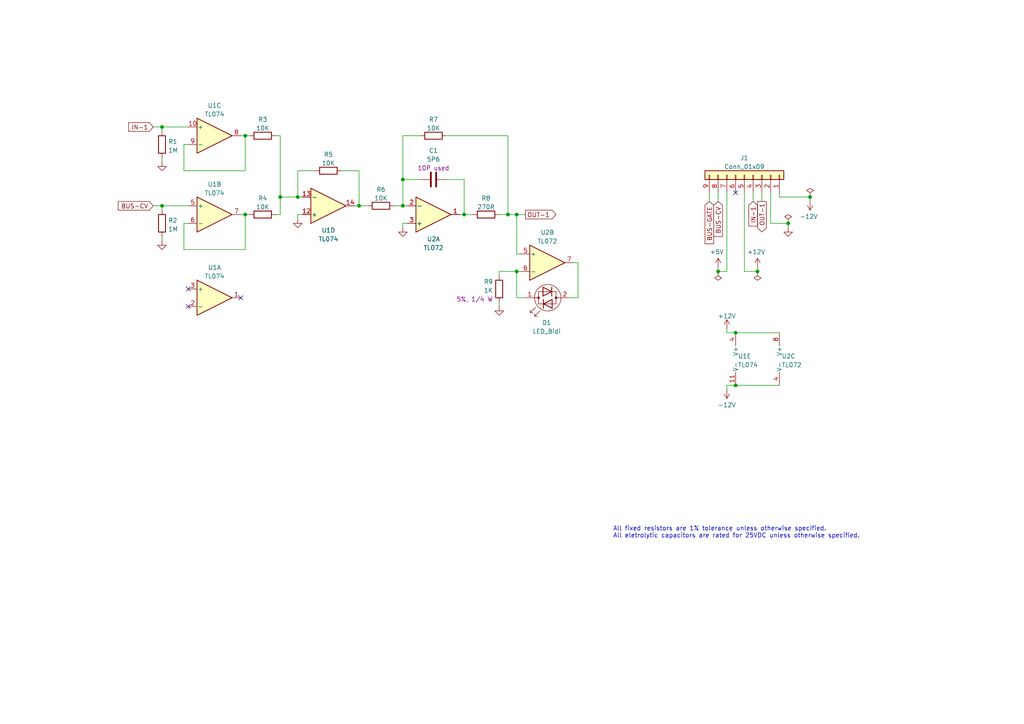
<source format=kicad_sch>
(kicad_sch (version 20211123) (generator eeschema)

  (uuid a1a9a0d8-c6de-418f-9a57-bf7f74b6d401)

  (paper "A4")

  (title_block
    (title "Unity-Gain Mixer Prototype")
    (date "2022-10-06")
    (rev "1.0")
    (company "Len Popp")
    (comment 1 "Copyright © 2022 Len Popp CC BY")
    (comment 2 "Circuit design for my custom Eurorack breadboard prototyping module")
  )

  (lib_symbols
    (symbol "-lmp-opamp:TL072" (pin_names (offset 0.127)) (in_bom yes) (on_board yes)
      (property "Reference" "U" (id 0) (at 0 5.08 0)
        (effects (font (size 1.27 1.27)) (justify left))
      )
      (property "Value" "TL072" (id 1) (at 0 -5.08 0)
        (effects (font (size 1.27 1.27)) (justify left))
      )
      (property "Footprint" "Package_DIP:DIP-8_W7.62mm" (id 2) (at 0 0 0)
        (effects (font (size 1.27 1.27)) hide)
      )
      (property "Datasheet" "https://www.ti.com/lit/ds/symlink/tl072b.pdf?ts=1628812694194" (id 3) (at 0 0 0)
        (effects (font (size 1.27 1.27)) hide)
      )
      (property "Manufacturer" "Texas Instruments" (id 4) (at 0 0 0)
        (effects (font (size 1.27 1.27)) hide)
      )
      (property "ManufacturerPartNum" "TL072BCP" (id 5) (at 0 0 0)
        (effects (font (size 1.27 1.27)) hide)
      )
      (property "Distributor" "Mouser" (id 6) (at 0 0 0)
        (effects (font (size 1.27 1.27)) hide)
      )
      (property "DistributorPartNum" "595-TL072BCP" (id 7) (at 0 0 0)
        (effects (font (size 1.27 1.27)) hide)
      )
      (property "DistributorPartLink" "https://www.mouser.ca/ProductDetail/Texas-Instruments/TL072BCP?qs=p6YqzpSxLIxmo8AyZLsP4g%3D%3D" (id 8) (at 0 0 0)
        (effects (font (size 1.27 1.27)) hide)
      )
      (property "ki_locked" "" (id 9) (at 0 0 0)
        (effects (font (size 1.27 1.27)))
      )
      (property "ki_keywords" "dual opamp" (id 10) (at 0 0 0)
        (effects (font (size 1.27 1.27)) hide)
      )
      (property "ki_description" "Dual Low-Noise JFET-Input Operational Amplifiers, DIP-8/SOIC-8" (id 11) (at 0 0 0)
        (effects (font (size 1.27 1.27)) hide)
      )
      (property "ki_fp_filters" "SOIC*3.9x4.9mm*P1.27mm* DIP*W7.62mm* TO*99* OnSemi*Micro8* TSSOP*3x3mm*P0.65mm* TSSOP*4.4x3mm*P0.65mm* MSOP*3x3mm*P0.65mm* SSOP*3.9x4.9mm*P0.635mm* LFCSP*2x2mm*P0.5mm* *SIP* SOIC*5.3x6.2mm*P1.27mm*" (id 12) (at 0 0 0)
        (effects (font (size 1.27 1.27)) hide)
      )
      (symbol "TL072_1_1"
        (polyline
          (pts
            (xy -5.08 5.08)
            (xy 5.08 0)
            (xy -5.08 -5.08)
            (xy -5.08 5.08)
          )
          (stroke (width 0.254) (type default) (color 0 0 0 0))
          (fill (type background))
        )
        (pin output line (at 7.62 0 180) (length 2.54)
          (name "~" (effects (font (size 1.27 1.27))))
          (number "1" (effects (font (size 1.27 1.27))))
        )
        (pin input line (at -7.62 -2.54 0) (length 2.54)
          (name "-" (effects (font (size 1.27 1.27))))
          (number "2" (effects (font (size 1.27 1.27))))
        )
        (pin input line (at -7.62 2.54 0) (length 2.54)
          (name "+" (effects (font (size 1.27 1.27))))
          (number "3" (effects (font (size 1.27 1.27))))
        )
      )
      (symbol "TL072_2_1"
        (polyline
          (pts
            (xy -5.08 5.08)
            (xy 5.08 0)
            (xy -5.08 -5.08)
            (xy -5.08 5.08)
          )
          (stroke (width 0.254) (type default) (color 0 0 0 0))
          (fill (type background))
        )
        (pin input line (at -7.62 2.54 0) (length 2.54)
          (name "+" (effects (font (size 1.27 1.27))))
          (number "5" (effects (font (size 1.27 1.27))))
        )
        (pin input line (at -7.62 -2.54 0) (length 2.54)
          (name "-" (effects (font (size 1.27 1.27))))
          (number "6" (effects (font (size 1.27 1.27))))
        )
        (pin output line (at 7.62 0 180) (length 2.54)
          (name "~" (effects (font (size 1.27 1.27))))
          (number "7" (effects (font (size 1.27 1.27))))
        )
      )
      (symbol "TL072_3_1"
        (pin power_in line (at -2.54 -7.62 90) (length 3.81)
          (name "V-" (effects (font (size 1.27 1.27))))
          (number "4" (effects (font (size 1.27 1.27))))
        )
        (pin power_in line (at -2.54 7.62 270) (length 3.81)
          (name "V+" (effects (font (size 1.27 1.27))))
          (number "8" (effects (font (size 1.27 1.27))))
        )
      )
    )
    (symbol "-lmp-opamp:TL074" (pin_names (offset 0.127)) (in_bom yes) (on_board yes)
      (property "Reference" "U" (id 0) (at 0 5.08 0)
        (effects (font (size 1.27 1.27)) (justify left))
      )
      (property "Value" "TL074" (id 1) (at 0 -5.08 0)
        (effects (font (size 1.27 1.27)) (justify left))
      )
      (property "Footprint" "Package_DIP:DIP-14_W7.62mm" (id 2) (at -1.27 2.54 0)
        (effects (font (size 1.27 1.27)) hide)
      )
      (property "Datasheet" "http://www.ti.com/lit/ds/symlink/tl071.pdf" (id 3) (at 1.27 5.08 0)
        (effects (font (size 1.27 1.27)) hide)
      )
      (property "Manufacturer" "Texas Instruments" (id 4) (at 0 0 0)
        (effects (font (size 1.27 1.27)) hide)
      )
      (property "ManufacturerPartNum" "TL074BCN" (id 5) (at 0 0 0)
        (effects (font (size 1.27 1.27)) hide)
      )
      (property "Distributor" "Mouser" (id 6) (at 0 0 0)
        (effects (font (size 1.27 1.27)) hide)
      )
      (property "DistributorPartNum" "595-TL074BCN" (id 7) (at 0 0 0)
        (effects (font (size 1.27 1.27)) hide)
      )
      (property "DistributorPartLink" "https://www.mouser.ca/ProductDetail/?qs=vxEfx8VrU7BHurOY5iQdiA%3D%3D" (id 8) (at 0 0 0)
        (effects (font (size 1.27 1.27)) hide)
      )
      (property "ki_locked" "" (id 9) (at 0 0 0)
        (effects (font (size 1.27 1.27)))
      )
      (property "ki_keywords" "quad opamp" (id 10) (at 0 0 0)
        (effects (font (size 1.27 1.27)) hide)
      )
      (property "ki_description" "Quad Low-Noise JFET-Input Operational Amplifiers, DIP-14/SOIC-14" (id 11) (at 0 0 0)
        (effects (font (size 1.27 1.27)) hide)
      )
      (property "ki_fp_filters" "SOIC*3.9x8.7mm*P1.27mm* DIP*W7.62mm* TSSOP*4.4x5mm*P0.65mm* SSOP*5.3x6.2mm*P0.65mm* MSOP*3x3mm*P0.5mm*" (id 12) (at 0 0 0)
        (effects (font (size 1.27 1.27)) hide)
      )
      (symbol "TL074_1_1"
        (polyline
          (pts
            (xy -5.08 5.08)
            (xy 5.08 0)
            (xy -5.08 -5.08)
            (xy -5.08 5.08)
          )
          (stroke (width 0.254) (type default) (color 0 0 0 0))
          (fill (type background))
        )
        (pin output line (at 7.62 0 180) (length 2.54)
          (name "~" (effects (font (size 1.27 1.27))))
          (number "1" (effects (font (size 1.27 1.27))))
        )
        (pin input line (at -7.62 -2.54 0) (length 2.54)
          (name "-" (effects (font (size 1.27 1.27))))
          (number "2" (effects (font (size 1.27 1.27))))
        )
        (pin input line (at -7.62 2.54 0) (length 2.54)
          (name "+" (effects (font (size 1.27 1.27))))
          (number "3" (effects (font (size 1.27 1.27))))
        )
      )
      (symbol "TL074_2_1"
        (polyline
          (pts
            (xy -5.08 5.08)
            (xy 5.08 0)
            (xy -5.08 -5.08)
            (xy -5.08 5.08)
          )
          (stroke (width 0.254) (type default) (color 0 0 0 0))
          (fill (type background))
        )
        (pin input line (at -7.62 2.54 0) (length 2.54)
          (name "+" (effects (font (size 1.27 1.27))))
          (number "5" (effects (font (size 1.27 1.27))))
        )
        (pin input line (at -7.62 -2.54 0) (length 2.54)
          (name "-" (effects (font (size 1.27 1.27))))
          (number "6" (effects (font (size 1.27 1.27))))
        )
        (pin output line (at 7.62 0 180) (length 2.54)
          (name "~" (effects (font (size 1.27 1.27))))
          (number "7" (effects (font (size 1.27 1.27))))
        )
      )
      (symbol "TL074_3_1"
        (polyline
          (pts
            (xy -5.08 5.08)
            (xy 5.08 0)
            (xy -5.08 -5.08)
            (xy -5.08 5.08)
          )
          (stroke (width 0.254) (type default) (color 0 0 0 0))
          (fill (type background))
        )
        (pin input line (at -7.62 2.54 0) (length 2.54)
          (name "+" (effects (font (size 1.27 1.27))))
          (number "10" (effects (font (size 1.27 1.27))))
        )
        (pin output line (at 7.62 0 180) (length 2.54)
          (name "~" (effects (font (size 1.27 1.27))))
          (number "8" (effects (font (size 1.27 1.27))))
        )
        (pin input line (at -7.62 -2.54 0) (length 2.54)
          (name "-" (effects (font (size 1.27 1.27))))
          (number "9" (effects (font (size 1.27 1.27))))
        )
      )
      (symbol "TL074_4_1"
        (polyline
          (pts
            (xy -5.08 5.08)
            (xy 5.08 0)
            (xy -5.08 -5.08)
            (xy -5.08 5.08)
          )
          (stroke (width 0.254) (type default) (color 0 0 0 0))
          (fill (type background))
        )
        (pin input line (at -7.62 2.54 0) (length 2.54)
          (name "+" (effects (font (size 1.27 1.27))))
          (number "12" (effects (font (size 1.27 1.27))))
        )
        (pin input line (at -7.62 -2.54 0) (length 2.54)
          (name "-" (effects (font (size 1.27 1.27))))
          (number "13" (effects (font (size 1.27 1.27))))
        )
        (pin output line (at 7.62 0 180) (length 2.54)
          (name "~" (effects (font (size 1.27 1.27))))
          (number "14" (effects (font (size 1.27 1.27))))
        )
      )
      (symbol "TL074_5_1"
        (pin power_in line (at -2.54 -7.62 90) (length 3.81)
          (name "V-" (effects (font (size 1.27 1.27))))
          (number "11" (effects (font (size 1.27 1.27))))
        )
        (pin power_in line (at -2.54 7.62 270) (length 3.81)
          (name "V+" (effects (font (size 1.27 1.27))))
          (number "4" (effects (font (size 1.27 1.27))))
        )
      )
    )
    (symbol "-lmp-power:+12V" (power) (pin_names (offset 0)) (in_bom yes) (on_board yes)
      (property "Reference" "#PWR" (id 0) (at 0 -3.81 0)
        (effects (font (size 1.27 1.27)) hide)
      )
      (property "Value" "+12V" (id 1) (at 0 3.556 0)
        (effects (font (size 1.27 1.27)))
      )
      (property "Footprint" "" (id 2) (at 0 0 0)
        (effects (font (size 1.27 1.27)) hide)
      )
      (property "Datasheet" "" (id 3) (at 0 0 0)
        (effects (font (size 1.27 1.27)) hide)
      )
      (property "ki_keywords" "power-flag" (id 4) (at 0 0 0)
        (effects (font (size 1.27 1.27)) hide)
      )
      (property "ki_description" "Power symbol creates a global label with name \"+12V\"" (id 5) (at 0 0 0)
        (effects (font (size 1.27 1.27)) hide)
      )
      (symbol "+12V_0_1"
        (polyline
          (pts
            (xy -0.762 1.27)
            (xy 0 2.54)
          )
          (stroke (width 0) (type default) (color 0 0 0 0))
          (fill (type none))
        )
        (polyline
          (pts
            (xy 0 0)
            (xy 0 2.54)
          )
          (stroke (width 0) (type default) (color 0 0 0 0))
          (fill (type none))
        )
        (polyline
          (pts
            (xy 0 2.54)
            (xy 0.762 1.27)
          )
          (stroke (width 0) (type default) (color 0 0 0 0))
          (fill (type none))
        )
      )
      (symbol "+12V_1_1"
        (pin power_in line (at 0 0 90) (length 0) hide
          (name "+12V" (effects (font (size 1.27 1.27))))
          (number "1" (effects (font (size 1.27 1.27))))
        )
      )
    )
    (symbol "-lmp-power:+5V" (power) (pin_names (offset 0)) (in_bom yes) (on_board yes)
      (property "Reference" "#PWR" (id 0) (at 0 -3.81 0)
        (effects (font (size 1.27 1.27)) hide)
      )
      (property "Value" "+5V" (id 1) (at 0 3.556 0)
        (effects (font (size 1.27 1.27)))
      )
      (property "Footprint" "" (id 2) (at 0 0 0)
        (effects (font (size 1.27 1.27)) hide)
      )
      (property "Datasheet" "" (id 3) (at 0 0 0)
        (effects (font (size 1.27 1.27)) hide)
      )
      (property "ki_keywords" "power-flag" (id 4) (at 0 0 0)
        (effects (font (size 1.27 1.27)) hide)
      )
      (property "ki_description" "Power symbol creates a global label with name \"+5V\"" (id 5) (at 0 0 0)
        (effects (font (size 1.27 1.27)) hide)
      )
      (symbol "+5V_0_1"
        (polyline
          (pts
            (xy -0.762 1.27)
            (xy 0 2.54)
          )
          (stroke (width 0) (type default) (color 0 0 0 0))
          (fill (type none))
        )
        (polyline
          (pts
            (xy 0 0)
            (xy 0 2.54)
          )
          (stroke (width 0) (type default) (color 0 0 0 0))
          (fill (type none))
        )
        (polyline
          (pts
            (xy 0 2.54)
            (xy 0.762 1.27)
          )
          (stroke (width 0) (type default) (color 0 0 0 0))
          (fill (type none))
        )
      )
      (symbol "+5V_1_1"
        (pin power_in line (at 0 0 90) (length 0) hide
          (name "+5V" (effects (font (size 1.27 1.27))))
          (number "1" (effects (font (size 1.27 1.27))))
        )
      )
    )
    (symbol "-lmp-power:-12V" (power) (pin_names (offset 0)) (in_bom yes) (on_board yes)
      (property "Reference" "#PWR" (id 0) (at 0 3.81 0)
        (effects (font (size 1.27 1.27)) hide)
      )
      (property "Value" "-12V" (id 1) (at 0 -3.556 0)
        (effects (font (size 1.27 1.27)))
      )
      (property "Footprint" "" (id 2) (at 0 0 0)
        (effects (font (size 1.27 1.27)) hide)
      )
      (property "Datasheet" "" (id 3) (at 0 0 0)
        (effects (font (size 1.27 1.27)) hide)
      )
      (property "ki_keywords" "power-flag" (id 4) (at 0 0 0)
        (effects (font (size 1.27 1.27)) hide)
      )
      (property "ki_description" "Power symbol creates a global label with name \"-12V\"" (id 5) (at 0 0 0)
        (effects (font (size 1.27 1.27)) hide)
      )
      (symbol "-12V_0_1"
        (polyline
          (pts
            (xy -0.762 -1.27)
            (xy 0 -2.54)
          )
          (stroke (width 0) (type default) (color 0 0 0 0))
          (fill (type none))
        )
        (polyline
          (pts
            (xy 0 -2.54)
            (xy 0.762 -1.27)
          )
          (stroke (width 0) (type default) (color 0 0 0 0))
          (fill (type none))
        )
        (polyline
          (pts
            (xy 0 0)
            (xy 0 -2.54)
          )
          (stroke (width 0) (type default) (color 0 0 0 0))
          (fill (type none))
        )
      )
      (symbol "-12V_1_1"
        (pin power_in line (at 0 0 270) (length 0) hide
          (name "-12V" (effects (font (size 1.27 1.27))))
          (number "1" (effects (font (size 1.27 1.27))))
        )
      )
    )
    (symbol "-lmp-power:GND" (power) (pin_numbers hide) (pin_names (offset 0) hide) (in_bom yes) (on_board yes)
      (property "Reference" "#PWR" (id 0) (at 0 -6.35 0)
        (effects (font (size 1.27 1.27)) hide)
      )
      (property "Value" "GND" (id 1) (at 0 -3.81 0)
        (effects (font (size 1.27 1.27)) hide)
      )
      (property "Footprint" "" (id 2) (at 0 0 0)
        (effects (font (size 1.27 1.27)) hide)
      )
      (property "Datasheet" "" (id 3) (at 0 0 0)
        (effects (font (size 1.27 1.27)) hide)
      )
      (property "ki_keywords" "power-flag" (id 4) (at 0 0 0)
        (effects (font (size 1.27 1.27)) hide)
      )
      (property "ki_description" "Power symbol creates a global label with name \"GND\" , ground" (id 5) (at 0 0 0)
        (effects (font (size 1.27 1.27)) hide)
      )
      (symbol "GND_0_1"
        (polyline
          (pts
            (xy 0 0)
            (xy 0 -1.27)
            (xy 1.27 -1.27)
            (xy 0 -2.54)
            (xy -1.27 -1.27)
            (xy 0 -1.27)
          )
          (stroke (width 0) (type default) (color 0 0 0 0))
          (fill (type none))
        )
      )
      (symbol "GND_1_1"
        (pin power_in line (at 0 0 270) (length 0) hide
          (name "GND" (effects (font (size 1.27 1.27))))
          (number "1" (effects (font (size 1.27 1.27))))
        )
      )
    )
    (symbol "-lmp-power:PWR_FLAG" (power) (pin_numbers hide) (pin_names (offset 0) hide) (in_bom yes) (on_board yes)
      (property "Reference" "#FLG" (id 0) (at 0 1.905 0)
        (effects (font (size 1.27 1.27)) hide)
      )
      (property "Value" "PWR_FLAG" (id 1) (at 0 3.81 0)
        (effects (font (size 1.27 1.27)))
      )
      (property "Footprint" "" (id 2) (at 0 0 0)
        (effects (font (size 1.27 1.27)) hide)
      )
      (property "Datasheet" "~" (id 3) (at 0 0 0)
        (effects (font (size 1.27 1.27)) hide)
      )
      (property "ki_keywords" "power-flag" (id 4) (at 0 0 0)
        (effects (font (size 1.27 1.27)) hide)
      )
      (property "ki_description" "Special symbol for telling ERC where power comes from" (id 5) (at 0 0 0)
        (effects (font (size 1.27 1.27)) hide)
      )
      (symbol "PWR_FLAG_0_0"
        (pin power_out line (at 0 0 90) (length 0)
          (name "pwr" (effects (font (size 1.27 1.27))))
          (number "1" (effects (font (size 1.27 1.27))))
        )
      )
      (symbol "PWR_FLAG_0_1"
        (polyline
          (pts
            (xy 0 0)
            (xy 0 1.27)
            (xy -1.016 1.905)
            (xy 0 2.54)
            (xy 1.016 1.905)
            (xy 0 1.27)
          )
          (stroke (width 0) (type default) (color 0 0 0 0))
          (fill (type none))
        )
      )
    )
    (symbol "-lmp-synth:LED_Dual_3mm_Yellow_Green_Bidi" (pin_names (offset 0) hide) (in_bom yes) (on_board yes)
      (property "Reference" "D" (id 0) (at 0 5.08 0)
        (effects (font (size 1.27 1.27)))
      )
      (property "Value" "LED_Dual_3mm_Yellow_Green_Bidi" (id 1) (at 0 -5.08 0)
        (effects (font (size 1.27 1.27)))
      )
      (property "Footprint" "LED_THT:LED_D3.0mm" (id 2) (at 0 -7.62 0)
        (effects (font (size 1.27 1.27)) hide)
      )
      (property "Datasheet" "https://www.mouser.ca/datasheet/2/216/WP937GYW-49419.pdf" (id 3) (at 0 -7.62 0)
        (effects (font (size 1.27 1.27)) hide)
      )
      (property "Label" "[label]" (id 4) (at 0 -7.62 0)
        (effects (font (size 1.27 1.27)))
      )
      (property "Manufacturer" "Kingbright" (id 5) (at 0 -7.62 0)
        (effects (font (size 1.27 1.27)) hide)
      )
      (property "ManufacturerPartNum" "WP937GYW" (id 6) (at 0 -7.62 0)
        (effects (font (size 1.27 1.27)) hide)
      )
      (property "Distributor" "Mouser" (id 7) (at 0 -7.62 0)
        (effects (font (size 1.27 1.27)) hide)
      )
      (property "DistributorPartNum" "604-WP937GYW" (id 8) (at 0 -7.62 0)
        (effects (font (size 1.27 1.27)) hide)
      )
      (property "DistributorPartLink" "https://www.mouser.ca/ProductDetail/Kingbright/WP937GYW?qs=pYCps6XRS2BGAhGpbeAyzQ%3D%3D" (id 9) (at 0 -7.62 0)
        (effects (font (size 1.27 1.27)) hide)
      )
      (property "ki_keywords" "LED diode bicolor dual red green" (id 10) (at 0 0 0)
        (effects (font (size 1.27 1.27)) hide)
      )
      (property "ki_description" "Dual LED, red and green, common cathode on pin 2" (id 11) (at 0 0 0)
        (effects (font (size 1.27 1.27)) hide)
      )
      (property "ki_fp_filters" "LED* LED_SMD:* LED_THT:*" (id 12) (at 0 0 0)
        (effects (font (size 1.27 1.27)) hide)
      )
      (symbol "LED_Dual_3mm_Yellow_Green_Bidi_0_1"
        (circle (center -2.54 0) (radius 0.2794)
          (stroke (width 0) (type default) (color 0 0 0 0))
          (fill (type outline))
        )
        (circle (center -0.127 0) (radius 3.8354)
          (stroke (width 0) (type default) (color 0 0 0 0))
          (fill (type none))
        )
        (polyline
          (pts
            (xy -4.572 0)
            (xy -2.54 0)
          )
          (stroke (width 0) (type default) (color 0 0 0 0))
          (fill (type none))
        )
        (polyline
          (pts
            (xy -1.27 -0.508)
            (xy -1.27 -3.048)
          )
          (stroke (width 0.254) (type default) (color 0 0 0 0))
          (fill (type none))
        )
        (polyline
          (pts
            (xy 1.143 0.508)
            (xy 1.143 3.048)
          )
          (stroke (width 0.254) (type default) (color 0 0 0 0))
          (fill (type none))
        )
        (polyline
          (pts
            (xy 2.54 -1.778)
            (xy 2.032 -1.778)
          )
          (stroke (width 0) (type default) (color 0 0 0 0))
          (fill (type none))
        )
        (polyline
          (pts
            (xy 2.54 -1.778)
            (xy 2.54 1.778)
          )
          (stroke (width 0) (type default) (color 0 0 0 0))
          (fill (type none))
        )
        (polyline
          (pts
            (xy 2.54 1.778)
            (xy 1.905 1.778)
          )
          (stroke (width 0) (type default) (color 0 0 0 0))
          (fill (type none))
        )
        (polyline
          (pts
            (xy 3.81 0)
            (xy 2.54 0)
          )
          (stroke (width 0) (type default) (color 0 0 0 0))
          (fill (type none))
        )
        (polyline
          (pts
            (xy -1.397 3.048)
            (xy -1.397 0.508)
            (xy 1.143 1.778)
            (xy -1.397 3.048)
          )
          (stroke (width 0.254) (type default) (color 0 0 0 0))
          (fill (type none))
        )
        (polyline
          (pts
            (xy 1.27 -0.508)
            (xy 1.27 -3.048)
            (xy -1.27 -1.778)
            (xy 1.27 -0.508)
          )
          (stroke (width 0.254) (type default) (color 0 0 0 0))
          (fill (type none))
        )
        (polyline
          (pts
            (xy 1.905 -1.778)
            (xy -2.54 -1.778)
            (xy -2.54 1.778)
            (xy 0.254 1.778)
            (xy 2.032 1.778)
          )
          (stroke (width 0) (type default) (color 0 0 0 0))
          (fill (type none))
        )
        (polyline
          (pts
            (xy 2.159 3.81)
            (xy 3.683 5.334)
            (xy 2.921 5.334)
            (xy 3.683 5.334)
            (xy 3.683 4.572)
          )
          (stroke (width 0) (type default) (color 0 0 0 0))
          (fill (type none))
        )
        (polyline
          (pts
            (xy 3.429 2.794)
            (xy 4.953 4.318)
            (xy 4.191 4.318)
            (xy 4.953 4.318)
            (xy 4.953 3.556)
          )
          (stroke (width 0) (type default) (color 0 0 0 0))
          (fill (type none))
        )
      )
      (symbol "LED_Dual_3mm_Yellow_Green_Bidi_1_1"
        (circle (center 2.54 0) (radius 0.2794)
          (stroke (width 0) (type default) (color 0 0 0 0))
          (fill (type outline))
        )
        (pin input line (at 6.35 0 180) (length 2.54)
          (name "1" (effects (font (size 1.27 1.27))))
          (number "1" (effects (font (size 1.27 1.27))))
        )
        (pin input line (at -6.35 0 0) (length 2.54)
          (name "2" (effects (font (size 1.27 1.27))))
          (number "2" (effects (font (size 1.27 1.27))))
        )
      )
    )
    (symbol "-lmp-synth:R_1K_Output" (pin_numbers hide) (pin_names (offset 0)) (in_bom yes) (on_board yes)
      (property "Reference" "R" (id 0) (at -2.286 0 90)
        (effects (font (size 1.27 1.27)))
      )
      (property "Value" "R_1K_Output" (id 1) (at 2.413 0 90)
        (effects (font (size 1.27 1.27)))
      )
      (property "Footprint" "-lmp-misc:R_Axial_DIN0207_L6.3mm_D2.5mm_P10.16mm_Horizontal" (id 2) (at -1.778 0 90)
        (effects (font (size 1.27 1.27)) hide)
      )
      (property "Datasheet" "https://www.mouser.ca/datasheet/2/427/ccf07-1762725.pdf" (id 3) (at 0 0 0)
        (effects (font (size 1.27 1.27)) hide)
      )
      (property "Value2" "5%, 1/4 W" (id 4) (at 4.445 0 90)
        (effects (font (size 1.27 1.27)))
      )
      (property "Note" "Output limiting" (id 5) (at -1.905 -1.905 90)
        (effects (font (size 1.27 1.27)) hide)
      )
      (property "Manufacturer" "Vishay / Dale" (id 6) (at 0 0 0)
        (effects (font (size 1.27 1.27)) hide)
      )
      (property "ManufacturerPartNum" "CCF071K00JKE36" (id 7) (at 0 0 0)
        (effects (font (size 1.27 1.27)) hide)
      )
      (property "Distributor" "Mouser" (id 8) (at -1.905 0 90)
        (effects (font (size 1.27 1.27)) hide)
      )
      (property "DistributorPartNum" "71-CCF071K00JKE36" (id 9) (at 0 0 0)
        (effects (font (size 1.27 1.27)) hide)
      )
      (property "DistributorPartLink" "https://www.mouser.ca/ProductDetail/Vishay-Dale/CCF071K00JKE36?qs=sGAEpiMZZMsPqMdJzcrNwqw41JD0NFylHV1MADcQnpo%3D" (id 10) (at 0 0 0)
        (effects (font (size 1.27 1.27)) hide)
      )
      (property "ki_keywords" "R res resistor" (id 11) (at 0 0 0)
        (effects (font (size 1.27 1.27)) hide)
      )
      (property "ki_description" "Resistor" (id 12) (at 0 0 0)
        (effects (font (size 1.27 1.27)) hide)
      )
      (property "ki_fp_filters" "R_*" (id 13) (at 0 0 0)
        (effects (font (size 1.27 1.27)) hide)
      )
      (symbol "R_1K_Output_0_1"
        (rectangle (start -1.016 -2.54) (end 1.016 2.54)
          (stroke (width 0.254) (type default) (color 0 0 0 0))
          (fill (type none))
        )
      )
      (symbol "R_1K_Output_1_1"
        (pin passive line (at 0 3.81 270) (length 1.27)
          (name "~" (effects (font (size 1.27 1.27))))
          (number "1" (effects (font (size 1.27 1.27))))
        )
        (pin passive line (at 0 -3.81 90) (length 1.27)
          (name "~" (effects (font (size 1.27 1.27))))
          (number "2" (effects (font (size 1.27 1.27))))
        )
      )
    )
    (symbol "-lmp:CC" (pin_numbers hide) (pin_names (offset 0.254)) (in_bom yes) (on_board yes)
      (property "Reference" "C" (id 0) (at 0.635 2.54 0)
        (effects (font (size 1.27 1.27)) (justify left))
      )
      (property "Value" "CC" (id 1) (at 0.635 -2.54 0)
        (effects (font (size 1.27 1.27)) (justify left))
      )
      (property "Footprint" "" (id 2) (at 0.9652 -3.81 0)
        (effects (font (size 1.27 1.27)) hide)
      )
      (property "Datasheet" "~" (id 3) (at 0 0 0)
        (effects (font (size 1.27 1.27)) hide)
      )
      (property "ki_keywords" "cap capacitor ceramic" (id 4) (at 0 0 0)
        (effects (font (size 1.27 1.27)) hide)
      )
      (property "ki_description" "Capacitor - Ceramic" (id 5) (at 0 0 0)
        (effects (font (size 1.27 1.27)) hide)
      )
      (property "ki_fp_filters" "C_*" (id 6) (at 0 0 0)
        (effects (font (size 1.27 1.27)) hide)
      )
      (symbol "CC_0_1"
        (polyline
          (pts
            (xy -2.032 -0.762)
            (xy 2.032 -0.762)
          )
          (stroke (width 0.508) (type default) (color 0 0 0 0))
          (fill (type none))
        )
        (polyline
          (pts
            (xy -2.032 0.762)
            (xy 2.032 0.762)
          )
          (stroke (width 0.508) (type default) (color 0 0 0 0))
          (fill (type none))
        )
      )
      (symbol "CC_1_1"
        (pin passive line (at 0 3.81 270) (length 2.794)
          (name "~" (effects (font (size 1.27 1.27))))
          (number "1" (effects (font (size 1.27 1.27))))
        )
        (pin passive line (at 0 -3.81 90) (length 2.794)
          (name "~" (effects (font (size 1.27 1.27))))
          (number "2" (effects (font (size 1.27 1.27))))
        )
      )
    )
    (symbol "-lmp:R_1%_0W166" (pin_numbers hide) (pin_names (offset 0)) (in_bom yes) (on_board yes)
      (property "Reference" "R" (id 0) (at -2.286 0 90)
        (effects (font (size 1.27 1.27)))
      )
      (property "Value" "R_1%_0W166" (id 1) (at 2.413 0 90)
        (effects (font (size 1.27 1.27)))
      )
      (property "Footprint" "-lmp-misc:R_Axial_DIN0207_L6.3mm_D2.5mm_P7.62mm_Horizontal" (id 2) (at -1.778 0 90)
        (effects (font (size 1.27 1.27)) hide)
      )
      (property "Datasheet" "https://www.mouser.ca/datasheet/2/447/Yageo_LR_MFR_1-1714151.pdf" (id 3) (at 0 0 0)
        (effects (font (size 1.27 1.27)) hide)
      )
      (property "Manufacturer" "YAGEO" (id 4) (at 0 0 0)
        (effects (font (size 1.27 1.27)) hide)
      )
      (property "ManufacturerPartNum" "MFR-12*" (id 5) (at 0 0 0)
        (effects (font (size 1.27 1.27)) hide)
      )
      (property "Distributor" "Mouser" (id 6) (at 0 0 0)
        (effects (font (size 1.27 1.27)) hide)
      )
      (property "DistributorPartNum" "603-MFR-12*" (id 7) (at 0 0 0)
        (effects (font (size 1.27 1.27)) hide)
      )
      (property "DistributorPartLink" "https://www.mouser.ca/c/?m=YAGEO&power+rating=166+mW+(1%2f6+W)&tolerance=1+%25&instock=y" (id 8) (at 0 0 0)
        (effects (font (size 1.27 1.27)) hide)
      )
      (property "Value2" "1%, 1/6 W" (id 9) (at 4.953 0 90)
        (effects (font (size 1.27 1.27)) hide)
      )
      (property "ki_keywords" "R res resistor" (id 10) (at 0 0 0)
        (effects (font (size 1.27 1.27)) hide)
      )
      (property "ki_description" "Resistor" (id 11) (at 0 0 0)
        (effects (font (size 1.27 1.27)) hide)
      )
      (property "ki_fp_filters" "R_*" (id 12) (at 0 0 0)
        (effects (font (size 1.27 1.27)) hide)
      )
      (symbol "R_1%_0W166_0_1"
        (rectangle (start -1.016 -2.54) (end 1.016 2.54)
          (stroke (width 0.254) (type default) (color 0 0 0 0))
          (fill (type none))
        )
      )
      (symbol "R_1%_0W166_1_1"
        (pin passive line (at 0 3.81 270) (length 1.27)
          (name "~" (effects (font (size 1.27 1.27))))
          (number "1" (effects (font (size 1.27 1.27))))
        )
        (pin passive line (at 0 -3.81 90) (length 1.27)
          (name "~" (effects (font (size 1.27 1.27))))
          (number "2" (effects (font (size 1.27 1.27))))
        )
      )
    )
    (symbol "Connector_Generic:Conn_01x09" (pin_names (offset 1.016) hide) (in_bom yes) (on_board yes)
      (property "Reference" "J" (id 0) (at 0 12.7 0)
        (effects (font (size 1.27 1.27)))
      )
      (property "Value" "Conn_01x09" (id 1) (at 0 -12.7 0)
        (effects (font (size 1.27 1.27)))
      )
      (property "Footprint" "" (id 2) (at 0 0 0)
        (effects (font (size 1.27 1.27)) hide)
      )
      (property "Datasheet" "~" (id 3) (at 0 0 0)
        (effects (font (size 1.27 1.27)) hide)
      )
      (property "ki_keywords" "connector" (id 4) (at 0 0 0)
        (effects (font (size 1.27 1.27)) hide)
      )
      (property "ki_description" "Generic connector, single row, 01x09, script generated (kicad-library-utils/schlib/autogen/connector/)" (id 5) (at 0 0 0)
        (effects (font (size 1.27 1.27)) hide)
      )
      (property "ki_fp_filters" "Connector*:*_1x??_*" (id 6) (at 0 0 0)
        (effects (font (size 1.27 1.27)) hide)
      )
      (symbol "Conn_01x09_1_1"
        (rectangle (start -1.27 -10.033) (end 0 -10.287)
          (stroke (width 0.1524) (type default) (color 0 0 0 0))
          (fill (type none))
        )
        (rectangle (start -1.27 -7.493) (end 0 -7.747)
          (stroke (width 0.1524) (type default) (color 0 0 0 0))
          (fill (type none))
        )
        (rectangle (start -1.27 -4.953) (end 0 -5.207)
          (stroke (width 0.1524) (type default) (color 0 0 0 0))
          (fill (type none))
        )
        (rectangle (start -1.27 -2.413) (end 0 -2.667)
          (stroke (width 0.1524) (type default) (color 0 0 0 0))
          (fill (type none))
        )
        (rectangle (start -1.27 0.127) (end 0 -0.127)
          (stroke (width 0.1524) (type default) (color 0 0 0 0))
          (fill (type none))
        )
        (rectangle (start -1.27 2.667) (end 0 2.413)
          (stroke (width 0.1524) (type default) (color 0 0 0 0))
          (fill (type none))
        )
        (rectangle (start -1.27 5.207) (end 0 4.953)
          (stroke (width 0.1524) (type default) (color 0 0 0 0))
          (fill (type none))
        )
        (rectangle (start -1.27 7.747) (end 0 7.493)
          (stroke (width 0.1524) (type default) (color 0 0 0 0))
          (fill (type none))
        )
        (rectangle (start -1.27 10.287) (end 0 10.033)
          (stroke (width 0.1524) (type default) (color 0 0 0 0))
          (fill (type none))
        )
        (rectangle (start -1.27 11.43) (end 1.27 -11.43)
          (stroke (width 0.254) (type default) (color 0 0 0 0))
          (fill (type background))
        )
        (pin passive line (at -5.08 10.16 0) (length 3.81)
          (name "Pin_1" (effects (font (size 1.27 1.27))))
          (number "1" (effects (font (size 1.27 1.27))))
        )
        (pin passive line (at -5.08 7.62 0) (length 3.81)
          (name "Pin_2" (effects (font (size 1.27 1.27))))
          (number "2" (effects (font (size 1.27 1.27))))
        )
        (pin passive line (at -5.08 5.08 0) (length 3.81)
          (name "Pin_3" (effects (font (size 1.27 1.27))))
          (number "3" (effects (font (size 1.27 1.27))))
        )
        (pin passive line (at -5.08 2.54 0) (length 3.81)
          (name "Pin_4" (effects (font (size 1.27 1.27))))
          (number "4" (effects (font (size 1.27 1.27))))
        )
        (pin passive line (at -5.08 0 0) (length 3.81)
          (name "Pin_5" (effects (font (size 1.27 1.27))))
          (number "5" (effects (font (size 1.27 1.27))))
        )
        (pin passive line (at -5.08 -2.54 0) (length 3.81)
          (name "Pin_6" (effects (font (size 1.27 1.27))))
          (number "6" (effects (font (size 1.27 1.27))))
        )
        (pin passive line (at -5.08 -5.08 0) (length 3.81)
          (name "Pin_7" (effects (font (size 1.27 1.27))))
          (number "7" (effects (font (size 1.27 1.27))))
        )
        (pin passive line (at -5.08 -7.62 0) (length 3.81)
          (name "Pin_8" (effects (font (size 1.27 1.27))))
          (number "8" (effects (font (size 1.27 1.27))))
        )
        (pin passive line (at -5.08 -10.16 0) (length 3.81)
          (name "Pin_9" (effects (font (size 1.27 1.27))))
          (number "9" (effects (font (size 1.27 1.27))))
        )
      )
    )
  )


  (junction (at 71.12 62.23) (diameter 0) (color 0 0 0 0)
    (uuid 19446437-3829-4690-a4a1-8df664ca2569)
  )
  (junction (at 116.84 59.69) (diameter 0) (color 0 0 0 0)
    (uuid 1a5be340-cddf-4ac7-aa0c-ef2f8eb5190a)
  )
  (junction (at 149.86 62.23) (diameter 0) (color 0 0 0 0)
    (uuid 4f099fba-c992-4e27-857b-581ca5a118dc)
  )
  (junction (at 149.86 78.74) (diameter 0) (color 0 0 0 0)
    (uuid 5b671a1a-40a3-4ab3-b65e-d6c26c68371a)
  )
  (junction (at 116.84 52.07) (diameter 0) (color 0 0 0 0)
    (uuid 62dbc2ac-b514-45d2-9efb-8fd137efaf88)
  )
  (junction (at 81.28 57.15) (diameter 0) (color 0 0 0 0)
    (uuid 64fc38cb-36cb-4aad-8a42-da4c048f7159)
  )
  (junction (at 71.12 39.37) (diameter 0) (color 0 0 0 0)
    (uuid 781fc959-fd69-4313-8c01-0eb88b2fb53b)
  )
  (junction (at 228.6 64.77) (diameter 0) (color 0 0 0 0)
    (uuid 7ea85228-de9d-46bb-aa3c-34dfb8e54239)
  )
  (junction (at 104.14 59.69) (diameter 0) (color 0 0 0 0)
    (uuid 8033e7c0-1550-4171-9b7d-6a57c17e3792)
  )
  (junction (at 213.36 111.76) (diameter 0) (color 0 0 0 0)
    (uuid 82f69036-9a47-4652-b1a3-3e5a068d6c9c)
  )
  (junction (at 219.71 78.74) (diameter 0) (color 0 0 0 0)
    (uuid 83c70ce6-e441-4b07-80a6-2f5fb8a6492d)
  )
  (junction (at 46.99 59.69) (diameter 0) (color 0 0 0 0)
    (uuid ad1d60be-a113-44d9-b091-02a5308eb1fe)
  )
  (junction (at 213.36 96.52) (diameter 0) (color 0 0 0 0)
    (uuid adb08797-4cd8-4915-99d2-ad7198cf5404)
  )
  (junction (at 147.32 62.23) (diameter 0) (color 0 0 0 0)
    (uuid af635988-cc77-4045-ad97-7f78582e23d5)
  )
  (junction (at 134.62 62.23) (diameter 0) (color 0 0 0 0)
    (uuid be42fc2b-52ad-4344-9e19-5acbe6f7cbbd)
  )
  (junction (at 234.95 57.15) (diameter 0) (color 0 0 0 0)
    (uuid d1038279-4eb4-4065-836c-dbd8cfc6d4a4)
  )
  (junction (at 86.36 57.15) (diameter 0) (color 0 0 0 0)
    (uuid d2efdbca-2822-4050-871e-233f48e816aa)
  )
  (junction (at 208.28 78.74) (diameter 0) (color 0 0 0 0)
    (uuid e06225e3-eb34-4222-b283-4c5fa1a14550)
  )
  (junction (at 46.99 36.83) (diameter 0) (color 0 0 0 0)
    (uuid f431c87d-7eed-4a52-adf4-6e56fa9c732b)
  )

  (no_connect (at 54.61 83.82) (uuid 85273da8-38d8-47b4-8447-61e0d72be65b))
  (no_connect (at 54.61 88.9) (uuid 85273da8-38d8-47b4-8447-61e0d72be65b))
  (no_connect (at 69.85 86.36) (uuid 85273da8-38d8-47b4-8447-61e0d72be65b))
  (no_connect (at 213.36 55.88) (uuid 90a74f5e-7380-4ff0-bb5e-d9d5841f174b))

  (wire (pts (xy 149.86 62.23) (xy 152.4 62.23))
    (stroke (width 0) (type default) (color 0 0 0 0))
    (uuid 00fd510d-2a28-48a4-bed5-0bc0ab484000)
  )
  (wire (pts (xy 71.12 49.53) (xy 71.12 39.37))
    (stroke (width 0) (type default) (color 0 0 0 0))
    (uuid 05a0e648-f30c-4e1b-ba31-36816585d640)
  )
  (wire (pts (xy 54.61 64.77) (xy 53.34 64.77))
    (stroke (width 0) (type default) (color 0 0 0 0))
    (uuid 0829b57d-5d0c-4ef4-82e8-703427207931)
  )
  (wire (pts (xy 81.28 39.37) (xy 81.28 57.15))
    (stroke (width 0) (type default) (color 0 0 0 0))
    (uuid 11c2fede-1b75-4768-9c19-b2a58a74c07c)
  )
  (wire (pts (xy 218.44 55.88) (xy 218.44 58.42))
    (stroke (width 0) (type default) (color 0 0 0 0))
    (uuid 15f06c58-f54a-4e99-8411-3b02ee2b6d87)
  )
  (wire (pts (xy 208.28 78.74) (xy 210.82 78.74))
    (stroke (width 0) (type default) (color 0 0 0 0))
    (uuid 16a7e0a2-3e0c-4e8d-a95d-0aa2745b5fd4)
  )
  (wire (pts (xy 46.99 46.99) (xy 46.99 45.72))
    (stroke (width 0) (type default) (color 0 0 0 0))
    (uuid 16eb5cf5-252f-47df-a52f-4a81cf5d1f4b)
  )
  (wire (pts (xy 46.99 38.1) (xy 46.99 36.83))
    (stroke (width 0) (type default) (color 0 0 0 0))
    (uuid 18bfa677-689b-49bc-a1cd-2047c0eb5800)
  )
  (wire (pts (xy 226.06 57.15) (xy 234.95 57.15))
    (stroke (width 0) (type default) (color 0 0 0 0))
    (uuid 1b59498e-fed4-40a3-97df-2886f1711aad)
  )
  (wire (pts (xy 210.82 113.03) (xy 210.82 111.76))
    (stroke (width 0) (type default) (color 0 0 0 0))
    (uuid 1ffe9870-fd53-498b-bfd3-0da794d757a1)
  )
  (wire (pts (xy 234.95 57.15) (xy 234.95 58.42))
    (stroke (width 0) (type default) (color 0 0 0 0))
    (uuid 205abb1a-e53d-43ca-8aa5-51b63e522399)
  )
  (wire (pts (xy 71.12 72.39) (xy 71.12 62.23))
    (stroke (width 0) (type default) (color 0 0 0 0))
    (uuid 28af4b94-3748-49c5-8049-af3b4c64bc54)
  )
  (wire (pts (xy 116.84 39.37) (xy 116.84 52.07))
    (stroke (width 0) (type default) (color 0 0 0 0))
    (uuid 2f0ad188-6369-4b88-b695-fbb961cb2ffe)
  )
  (wire (pts (xy 114.3 59.69) (xy 116.84 59.69))
    (stroke (width 0) (type default) (color 0 0 0 0))
    (uuid 408cdc41-a8a4-4292-8138-de317aa447c1)
  )
  (wire (pts (xy 144.78 87.63) (xy 144.78 88.9))
    (stroke (width 0) (type default) (color 0 0 0 0))
    (uuid 4234367e-ec69-4ffd-8216-c45700f81a8c)
  )
  (wire (pts (xy 208.28 77.47) (xy 208.28 78.74))
    (stroke (width 0) (type default) (color 0 0 0 0))
    (uuid 429879b2-b02e-428e-aa75-e3e41021046f)
  )
  (wire (pts (xy 46.99 36.83) (xy 44.45 36.83))
    (stroke (width 0) (type default) (color 0 0 0 0))
    (uuid 44304554-9d7d-4b0b-8d87-90b1a19bfdc7)
  )
  (wire (pts (xy 167.64 86.36) (xy 165.1 86.36))
    (stroke (width 0) (type default) (color 0 0 0 0))
    (uuid 491e48ff-7a5e-431d-9e47-89ca62c4ed9c)
  )
  (wire (pts (xy 46.99 69.85) (xy 46.99 68.58))
    (stroke (width 0) (type default) (color 0 0 0 0))
    (uuid 494b6047-29ce-46bb-9365-21997b8e956a)
  )
  (wire (pts (xy 133.35 62.23) (xy 134.62 62.23))
    (stroke (width 0) (type default) (color 0 0 0 0))
    (uuid 49a29514-6d63-4192-ac5d-870b7f485c59)
  )
  (wire (pts (xy 149.86 78.74) (xy 144.78 78.74))
    (stroke (width 0) (type default) (color 0 0 0 0))
    (uuid 4a7baa5d-5531-4b3c-90de-a250029a5deb)
  )
  (wire (pts (xy 116.84 52.07) (xy 116.84 59.69))
    (stroke (width 0) (type default) (color 0 0 0 0))
    (uuid 4c07daa1-4bbc-4fc6-bf40-9e240e32e2b0)
  )
  (wire (pts (xy 121.92 39.37) (xy 116.84 39.37))
    (stroke (width 0) (type default) (color 0 0 0 0))
    (uuid 504fe102-7b9e-43a3-a34f-e4db54c0c4d6)
  )
  (wire (pts (xy 210.82 78.74) (xy 210.82 55.88))
    (stroke (width 0) (type default) (color 0 0 0 0))
    (uuid 529203ba-fbff-4f97-b041-152e441619f5)
  )
  (wire (pts (xy 147.32 39.37) (xy 147.32 62.23))
    (stroke (width 0) (type default) (color 0 0 0 0))
    (uuid 5373e5e2-ddb8-42b0-891d-bf91b843c8da)
  )
  (wire (pts (xy 215.9 78.74) (xy 219.71 78.74))
    (stroke (width 0) (type default) (color 0 0 0 0))
    (uuid 554b8be7-1943-45a4-a457-6b2d60ac1024)
  )
  (wire (pts (xy 220.98 58.42) (xy 220.98 55.88))
    (stroke (width 0) (type default) (color 0 0 0 0))
    (uuid 57d975d4-6607-4de8-909d-121b06b236cd)
  )
  (wire (pts (xy 46.99 36.83) (xy 54.61 36.83))
    (stroke (width 0) (type default) (color 0 0 0 0))
    (uuid 600dc5a3-ea43-407f-be1c-746ed61230fb)
  )
  (wire (pts (xy 87.63 62.23) (xy 86.36 62.23))
    (stroke (width 0) (type default) (color 0 0 0 0))
    (uuid 608a5b19-9900-4a07-96cc-c967e4c8ef6c)
  )
  (wire (pts (xy 80.01 39.37) (xy 81.28 39.37))
    (stroke (width 0) (type default) (color 0 0 0 0))
    (uuid 61c6ea83-e2cd-4510-a2ce-eb88568833a8)
  )
  (wire (pts (xy 116.84 59.69) (xy 118.11 59.69))
    (stroke (width 0) (type default) (color 0 0 0 0))
    (uuid 67b65da5-55d3-4fa5-9498-36f83c0bbd54)
  )
  (wire (pts (xy 71.12 62.23) (xy 69.85 62.23))
    (stroke (width 0) (type default) (color 0 0 0 0))
    (uuid 695331ac-63bc-40bb-ac20-5048ff4fd777)
  )
  (wire (pts (xy 226.06 57.15) (xy 226.06 55.88))
    (stroke (width 0) (type default) (color 0 0 0 0))
    (uuid 6c027193-51a5-47ee-909d-a5cb24c49931)
  )
  (wire (pts (xy 129.54 52.07) (xy 134.62 52.07))
    (stroke (width 0) (type default) (color 0 0 0 0))
    (uuid 6c248379-2288-4ce6-94c7-adacd1f977f1)
  )
  (wire (pts (xy 116.84 64.77) (xy 116.84 66.04))
    (stroke (width 0) (type default) (color 0 0 0 0))
    (uuid 716edf59-5312-421f-8c87-8c15d3df8586)
  )
  (wire (pts (xy 46.99 60.96) (xy 46.99 59.69))
    (stroke (width 0) (type default) (color 0 0 0 0))
    (uuid 77a5660b-7738-418f-a85c-38150f74d262)
  )
  (wire (pts (xy 228.6 64.77) (xy 223.52 64.77))
    (stroke (width 0) (type default) (color 0 0 0 0))
    (uuid 78eaf86f-e933-4844-b00d-e0b3fe26d052)
  )
  (wire (pts (xy 80.01 62.23) (xy 81.28 62.23))
    (stroke (width 0) (type default) (color 0 0 0 0))
    (uuid 79b67973-89d0-4003-a49b-3b5c7cad9fb0)
  )
  (wire (pts (xy 54.61 41.91) (xy 53.34 41.91))
    (stroke (width 0) (type default) (color 0 0 0 0))
    (uuid 829230d5-6447-4cb2-9832-c9f8065d23f6)
  )
  (wire (pts (xy 210.82 111.76) (xy 213.36 111.76))
    (stroke (width 0) (type default) (color 0 0 0 0))
    (uuid 8d6037eb-3cf9-4379-9f64-51a283e9b10f)
  )
  (wire (pts (xy 149.86 78.74) (xy 151.13 78.74))
    (stroke (width 0) (type default) (color 0 0 0 0))
    (uuid 9218dcb7-e865-4b06-bd52-679375535a78)
  )
  (wire (pts (xy 208.28 55.88) (xy 208.28 58.42))
    (stroke (width 0) (type default) (color 0 0 0 0))
    (uuid 9bdeda29-d138-4c87-b429-3ac24826c6e2)
  )
  (wire (pts (xy 144.78 78.74) (xy 144.78 80.01))
    (stroke (width 0) (type default) (color 0 0 0 0))
    (uuid 9c4728a5-9b33-49e1-91db-d89121dc9639)
  )
  (wire (pts (xy 91.44 49.53) (xy 86.36 49.53))
    (stroke (width 0) (type default) (color 0 0 0 0))
    (uuid 9d24af7f-65c1-4f41-90a4-4d075be40d12)
  )
  (wire (pts (xy 149.86 62.23) (xy 149.86 73.66))
    (stroke (width 0) (type default) (color 0 0 0 0))
    (uuid a2489af3-e1d9-4840-acb3-43d929beb79b)
  )
  (wire (pts (xy 104.14 59.69) (xy 106.68 59.69))
    (stroke (width 0) (type default) (color 0 0 0 0))
    (uuid a40c6f83-0175-4fb3-a4f5-c020ab2dafaa)
  )
  (wire (pts (xy 116.84 52.07) (xy 121.92 52.07))
    (stroke (width 0) (type default) (color 0 0 0 0))
    (uuid a74b0529-9ce5-4237-9165-e4ac1826431f)
  )
  (wire (pts (xy 53.34 41.91) (xy 53.34 49.53))
    (stroke (width 0) (type default) (color 0 0 0 0))
    (uuid a83ff643-a226-4d79-9550-d42b4e7f7013)
  )
  (wire (pts (xy 219.71 77.47) (xy 219.71 78.74))
    (stroke (width 0) (type default) (color 0 0 0 0))
    (uuid aa79643c-4152-4c50-aba6-7db5a76f9181)
  )
  (wire (pts (xy 213.36 96.52) (xy 226.06 96.52))
    (stroke (width 0) (type default) (color 0 0 0 0))
    (uuid ab7ead0a-0a98-45d0-8c73-935fc5e1d33d)
  )
  (wire (pts (xy 53.34 49.53) (xy 71.12 49.53))
    (stroke (width 0) (type default) (color 0 0 0 0))
    (uuid b026de06-7af3-4e65-92de-382a69fb97e1)
  )
  (wire (pts (xy 86.36 62.23) (xy 86.36 63.5))
    (stroke (width 0) (type default) (color 0 0 0 0))
    (uuid b0a0d268-fb29-49c5-ba28-fa7725dc226c)
  )
  (wire (pts (xy 118.11 64.77) (xy 116.84 64.77))
    (stroke (width 0) (type default) (color 0 0 0 0))
    (uuid bc187cf1-2921-4446-b12d-d61c2d3281e6)
  )
  (wire (pts (xy 147.32 62.23) (xy 149.86 62.23))
    (stroke (width 0) (type default) (color 0 0 0 0))
    (uuid c81d2d13-2598-405f-8a33-39d34554108c)
  )
  (wire (pts (xy 104.14 49.53) (xy 99.06 49.53))
    (stroke (width 0) (type default) (color 0 0 0 0))
    (uuid c87c2b74-bbfc-4620-aa3d-c389ec9c35a6)
  )
  (wire (pts (xy 86.36 49.53) (xy 86.36 57.15))
    (stroke (width 0) (type default) (color 0 0 0 0))
    (uuid ca3cf808-0b0c-4cf9-b241-e5f74a80a7a6)
  )
  (wire (pts (xy 205.74 58.42) (xy 205.74 55.88))
    (stroke (width 0) (type default) (color 0 0 0 0))
    (uuid cb381139-6573-4e1a-a168-3c5ba08b42e2)
  )
  (wire (pts (xy 210.82 96.52) (xy 213.36 96.52))
    (stroke (width 0) (type default) (color 0 0 0 0))
    (uuid cbfbb49a-6fad-4542-bc10-70772859f5ca)
  )
  (wire (pts (xy 71.12 39.37) (xy 72.39 39.37))
    (stroke (width 0) (type default) (color 0 0 0 0))
    (uuid cd5f76e1-6b71-41b4-9b87-90a1e83bd30b)
  )
  (wire (pts (xy 129.54 39.37) (xy 147.32 39.37))
    (stroke (width 0) (type default) (color 0 0 0 0))
    (uuid cec5f535-c923-4cfb-985a-ad7caf53d25f)
  )
  (wire (pts (xy 144.78 62.23) (xy 147.32 62.23))
    (stroke (width 0) (type default) (color 0 0 0 0))
    (uuid cf512a99-ae75-4200-9beb-a6f647c970f1)
  )
  (wire (pts (xy 46.99 59.69) (xy 44.45 59.69))
    (stroke (width 0) (type default) (color 0 0 0 0))
    (uuid d2cb501d-a222-4bba-b54e-591a3f057fad)
  )
  (wire (pts (xy 46.99 59.69) (xy 54.61 59.69))
    (stroke (width 0) (type default) (color 0 0 0 0))
    (uuid d2dcad26-9da8-4971-b036-bddf21ccf202)
  )
  (wire (pts (xy 149.86 73.66) (xy 151.13 73.66))
    (stroke (width 0) (type default) (color 0 0 0 0))
    (uuid d5547562-6a3f-44b9-bc1d-be7557d5e869)
  )
  (wire (pts (xy 210.82 95.25) (xy 210.82 96.52))
    (stroke (width 0) (type default) (color 0 0 0 0))
    (uuid d70c1387-18d8-43a8-8077-404357efaea3)
  )
  (wire (pts (xy 167.64 76.2) (xy 167.64 86.36))
    (stroke (width 0) (type default) (color 0 0 0 0))
    (uuid dbe3d64a-25ff-4663-9902-26302bf0f831)
  )
  (wire (pts (xy 81.28 57.15) (xy 86.36 57.15))
    (stroke (width 0) (type default) (color 0 0 0 0))
    (uuid de68da74-4baf-49a8-b037-8243ecfc9659)
  )
  (wire (pts (xy 53.34 64.77) (xy 53.34 72.39))
    (stroke (width 0) (type default) (color 0 0 0 0))
    (uuid e18dc2e7-1ad4-4610-9d97-e17f8906fb78)
  )
  (wire (pts (xy 81.28 57.15) (xy 81.28 62.23))
    (stroke (width 0) (type default) (color 0 0 0 0))
    (uuid e208af5f-0875-4446-8842-867967979987)
  )
  (wire (pts (xy 166.37 76.2) (xy 167.64 76.2))
    (stroke (width 0) (type default) (color 0 0 0 0))
    (uuid e24a42b9-0c28-487d-8d8e-aa76185913e3)
  )
  (wire (pts (xy 71.12 62.23) (xy 72.39 62.23))
    (stroke (width 0) (type default) (color 0 0 0 0))
    (uuid e343f332-b28e-492f-a9c3-3d8f3da6aeca)
  )
  (wire (pts (xy 104.14 59.69) (xy 104.14 49.53))
    (stroke (width 0) (type default) (color 0 0 0 0))
    (uuid e6249378-40e9-41c5-a165-48447cb2a205)
  )
  (wire (pts (xy 228.6 66.04) (xy 228.6 64.77))
    (stroke (width 0) (type default) (color 0 0 0 0))
    (uuid e8706f54-c7a3-4555-82cd-9229fecbdb14)
  )
  (wire (pts (xy 152.4 86.36) (xy 149.86 86.36))
    (stroke (width 0) (type default) (color 0 0 0 0))
    (uuid e924a358-5bee-4db1-a5fb-91d3a912b0f4)
  )
  (wire (pts (xy 149.86 86.36) (xy 149.86 78.74))
    (stroke (width 0) (type default) (color 0 0 0 0))
    (uuid e9c9fea9-5e03-4082-8bb2-985957dd9bd4)
  )
  (wire (pts (xy 215.9 55.88) (xy 215.9 78.74))
    (stroke (width 0) (type default) (color 0 0 0 0))
    (uuid eaabaedd-2c12-4bc6-baad-1eeb19b7d0ae)
  )
  (wire (pts (xy 213.36 111.76) (xy 226.06 111.76))
    (stroke (width 0) (type default) (color 0 0 0 0))
    (uuid eb3ddcc8-2534-4611-a3de-8eacec70b09c)
  )
  (wire (pts (xy 102.87 59.69) (xy 104.14 59.69))
    (stroke (width 0) (type default) (color 0 0 0 0))
    (uuid edb42e33-05b5-4fb4-8521-d3b103696a1e)
  )
  (wire (pts (xy 86.36 57.15) (xy 87.63 57.15))
    (stroke (width 0) (type default) (color 0 0 0 0))
    (uuid f312ae33-1cd0-4302-baf5-e74d0507c0be)
  )
  (wire (pts (xy 71.12 39.37) (xy 69.85 39.37))
    (stroke (width 0) (type default) (color 0 0 0 0))
    (uuid f5ca5a9d-6670-44e0-a0a2-b7d835961f3e)
  )
  (wire (pts (xy 134.62 62.23) (xy 134.62 52.07))
    (stroke (width 0) (type default) (color 0 0 0 0))
    (uuid f6b9612a-e777-449d-b51c-be92c32a171c)
  )
  (wire (pts (xy 134.62 62.23) (xy 137.16 62.23))
    (stroke (width 0) (type default) (color 0 0 0 0))
    (uuid fab60f92-ec30-49e5-a837-a12b3af3a43e)
  )
  (wire (pts (xy 223.52 55.88) (xy 223.52 64.77))
    (stroke (width 0) (type default) (color 0 0 0 0))
    (uuid faeb5b72-ca69-4936-8963-e27b1abea091)
  )
  (wire (pts (xy 53.34 72.39) (xy 71.12 72.39))
    (stroke (width 0) (type default) (color 0 0 0 0))
    (uuid fd41720d-5283-458c-9eac-08f3581b2fa7)
  )

  (text "All fixed resistors are 1% tolerance unless otherwise specified.\nAll eletrolytic capacitors are rated for 25VDC unless otherwise specified."
    (at 177.8 156.21 0)
    (effects (font (size 1.27 1.27)) (justify left bottom))
    (uuid 97954bdd-6f0e-481b-b33b-a2801266daa9)
  )

  (global_label "OUT-1" (shape output) (at 152.4 62.23 0) (fields_autoplaced)
    (effects (font (size 1.27 1.27)) (justify left))
    (uuid 16fea2cc-9558-451f-802d-5e3e6e2ec5cc)
    (property "Intersheet References" "${INTERSHEET_REFS}" (id 0) (at 161.1347 62.1506 0)
      (effects (font (size 1.27 1.27)) (justify left) hide)
    )
  )
  (global_label "BUS-CV" (shape input) (at 208.28 58.42 270) (fields_autoplaced)
    (effects (font (size 1.27 1.27)) (justify right))
    (uuid 349eabd2-9157-4e6f-84c8-33beed084473)
    (property "Intersheet References" "${INTERSHEET_REFS}" (id 0) (at 208.2006 68.4852 90)
      (effects (font (size 1.27 1.27)) (justify right) hide)
    )
  )
  (global_label "BUS-CV" (shape input) (at 44.45 59.69 180) (fields_autoplaced)
    (effects (font (size 1.27 1.27)) (justify right))
    (uuid 4035a47a-1ef9-4432-a3a2-772a2c164442)
    (property "Intersheet References" "${INTERSHEET_REFS}" (id 0) (at 34.3848 59.6106 0)
      (effects (font (size 1.27 1.27)) (justify right) hide)
    )
  )
  (global_label "BUS-GATE" (shape input) (at 205.74 58.42 270) (fields_autoplaced)
    (effects (font (size 1.27 1.27)) (justify right))
    (uuid 6ff2874f-e693-46ee-9e7b-44354f6e5884)
    (property "Intersheet References" "${INTERSHEET_REFS}" (id 0) (at 205.6606 70.6018 90)
      (effects (font (size 1.27 1.27)) (justify right) hide)
    )
  )
  (global_label "IN-1" (shape input) (at 44.45 36.83 180) (fields_autoplaced)
    (effects (font (size 1.27 1.27)) (justify right))
    (uuid a96093bc-74a9-4e26-9275-318a4f3746a8)
    (property "Intersheet References" "${INTERSHEET_REFS}" (id 0) (at 37.4087 36.7506 0)
      (effects (font (size 1.27 1.27)) (justify right) hide)
    )
  )
  (global_label "IN-1" (shape input) (at 218.44 58.42 270) (fields_autoplaced)
    (effects (font (size 1.27 1.27)) (justify right))
    (uuid bd8354e6-6367-4dcd-aa20-50a90c915d71)
    (property "Intersheet References" "${INTERSHEET_REFS}" (id 0) (at 218.3606 65.4613 90)
      (effects (font (size 1.27 1.27)) (justify right) hide)
    )
  )
  (global_label "OUT-1" (shape output) (at 220.98 58.42 270) (fields_autoplaced)
    (effects (font (size 1.27 1.27)) (justify right))
    (uuid ef9ab9de-65de-453b-92d1-8911d65e0733)
    (property "Intersheet References" "${INTERSHEET_REFS}" (id 0) (at 220.9006 67.1547 90)
      (effects (font (size 1.27 1.27)) (justify right) hide)
    )
  )

  (symbol (lib_id "-lmp-power:GND") (at 228.6 66.04 0) (mirror y) (unit 1)
    (in_bom yes) (on_board yes)
    (uuid 00000000-0000-0000-0000-000060c80bf1)
    (property "Reference" "#PWR04" (id 0) (at 228.6 72.39 0)
      (effects (font (size 1.27 1.27)) hide)
    )
    (property "Value" "GND" (id 1) (at 228.473 70.4342 0)
      (effects (font (size 1.27 1.27)) hide)
    )
    (property "Footprint" "" (id 2) (at 228.6 66.04 0)
      (effects (font (size 1.27 1.27)) hide)
    )
    (property "Datasheet" "" (id 3) (at 228.6 66.04 0)
      (effects (font (size 1.27 1.27)) hide)
    )
    (pin "1" (uuid e2ec5c16-1e72-4a79-81b2-711742440b39))
  )

  (symbol (lib_id "-lmp-power:+12V") (at 219.71 77.47 0) (mirror y) (unit 1)
    (in_bom yes) (on_board yes)
    (uuid 00000000-0000-0000-0000-000060c86281)
    (property "Reference" "#PWR03" (id 0) (at 219.71 81.28 0)
      (effects (font (size 1.27 1.27)) hide)
    )
    (property "Value" "+12V" (id 1) (at 219.329 73.0758 0))
    (property "Footprint" "" (id 2) (at 219.71 77.47 0)
      (effects (font (size 1.27 1.27)) hide)
    )
    (property "Datasheet" "" (id 3) (at 219.71 77.47 0)
      (effects (font (size 1.27 1.27)) hide)
    )
    (pin "1" (uuid cb9b7848-9d34-4033-abc0-fb3ddbc2d6ee))
  )

  (symbol (lib_id "-lmp-power:-12V") (at 234.95 58.42 0) (mirror y) (unit 1)
    (in_bom yes) (on_board yes)
    (uuid 00000000-0000-0000-0000-000060c864e4)
    (property "Reference" "#PWR05" (id 0) (at 234.95 54.61 0)
      (effects (font (size 1.27 1.27)) hide)
    )
    (property "Value" "-12V" (id 1) (at 234.569 62.8142 0))
    (property "Footprint" "" (id 2) (at 234.95 58.42 0)
      (effects (font (size 1.27 1.27)) hide)
    )
    (property "Datasheet" "" (id 3) (at 234.95 58.42 0)
      (effects (font (size 1.27 1.27)) hide)
    )
    (pin "1" (uuid 295c6d13-2059-4604-98a9-b81bcd528128))
  )

  (symbol (lib_id "-lmp-power:PWR_FLAG") (at 234.95 57.15 0) (mirror y) (unit 1)
    (in_bom yes) (on_board yes)
    (uuid 00000000-0000-0000-0000-000060c8985d)
    (property "Reference" "#FLG04" (id 0) (at 234.95 55.245 0)
      (effects (font (size 1.27 1.27)) hide)
    )
    (property "Value" "PWR_FLAG" (id 1) (at 234.95 52.7558 0)
      (effects (font (size 1.27 1.27)) hide)
    )
    (property "Footprint" "" (id 2) (at 234.95 57.15 0)
      (effects (font (size 1.27 1.27)) hide)
    )
    (property "Datasheet" "~" (id 3) (at 234.95 57.15 0)
      (effects (font (size 1.27 1.27)) hide)
    )
    (pin "1" (uuid 4e8fbe1c-0efa-4d82-afdb-411f88ec8eac))
  )

  (symbol (lib_id "-lmp-power:PWR_FLAG") (at 219.71 78.74 0) (mirror x) (unit 1)
    (in_bom yes) (on_board yes)
    (uuid 00000000-0000-0000-0000-000060c89f71)
    (property "Reference" "#FLG05" (id 0) (at 219.71 80.645 0)
      (effects (font (size 1.27 1.27)) hide)
    )
    (property "Value" "PWR_FLAG" (id 1) (at 219.71 83.1342 0)
      (effects (font (size 1.27 1.27)) hide)
    )
    (property "Footprint" "" (id 2) (at 219.71 78.74 0)
      (effects (font (size 1.27 1.27)) hide)
    )
    (property "Datasheet" "~" (id 3) (at 219.71 78.74 0)
      (effects (font (size 1.27 1.27)) hide)
    )
    (pin "1" (uuid e925a42c-cf60-4902-940a-ecd6ab9743a2))
  )

  (symbol (lib_id "Connector_Generic:Conn_01x09") (at 215.9 50.8 270) (mirror x) (unit 1)
    (in_bom yes) (on_board yes) (fields_autoplaced)
    (uuid 00000000-0000-0000-0000-0000615e2370)
    (property "Reference" "J1" (id 0) (at 215.9 45.8302 90))
    (property "Value" "Conn_01x09" (id 1) (at 215.9 48.3671 90))
    (property "Footprint" "Connector_PinHeader_2.54mm:PinHeader_1x09_P2.54mm_Vertical" (id 2) (at 215.9 50.8 0)
      (effects (font (size 1.27 1.27)) hide)
    )
    (property "Datasheet" "~" (id 3) (at 215.9 50.8 0)
      (effects (font (size 1.27 1.27)) hide)
    )
    (pin "1" (uuid 327164a7-bde3-40aa-adf2-70ca6e963d5f))
    (pin "2" (uuid 8d9943a0-30e0-4fcc-926f-acf21b5b98b5))
    (pin "3" (uuid 6de6b1a8-62b8-402a-ac1c-48bdfb0163aa))
    (pin "4" (uuid 0a32f905-3f97-4852-af67-7addb4d70265))
    (pin "5" (uuid 130b9329-4a4c-4794-ac2d-017f1c00c883))
    (pin "6" (uuid 9e3c6631-71f8-40d5-98da-0f0ad50bfdee))
    (pin "7" (uuid 4f3e0480-a16b-40f1-8aa8-17abdd49f8de))
    (pin "8" (uuid a3eb5fff-8b61-445b-97e2-373c87a23cb5))
    (pin "9" (uuid 0bb80455-a1ea-4287-a5e3-1366c4bf5abb))
  )

  (symbol (lib_id "-lmp-power:+5V") (at 208.28 77.47 0) (mirror y) (unit 1)
    (in_bom yes) (on_board yes)
    (uuid 00000000-0000-0000-0000-0000615e4967)
    (property "Reference" "#PWR01" (id 0) (at 208.28 81.28 0)
      (effects (font (size 1.27 1.27)) hide)
    )
    (property "Value" "+5V" (id 1) (at 207.899 73.0758 0))
    (property "Footprint" "" (id 2) (at 208.28 77.47 0)
      (effects (font (size 1.27 1.27)) hide)
    )
    (property "Datasheet" "" (id 3) (at 208.28 77.47 0)
      (effects (font (size 1.27 1.27)) hide)
    )
    (pin "1" (uuid 508ac672-4f4a-4781-9c53-b80271b3c07a))
  )

  (symbol (lib_id "-lmp-power:PWR_FLAG") (at 208.28 78.74 0) (mirror x) (unit 1)
    (in_bom yes) (on_board yes)
    (uuid 00000000-0000-0000-0000-0000615e715d)
    (property "Reference" "#FLG02" (id 0) (at 208.28 80.645 0)
      (effects (font (size 1.27 1.27)) hide)
    )
    (property "Value" "PWR_FLAG" (id 1) (at 208.28 83.1342 0)
      (effects (font (size 1.27 1.27)) hide)
    )
    (property "Footprint" "" (id 2) (at 208.28 78.74 0)
      (effects (font (size 1.27 1.27)) hide)
    )
    (property "Datasheet" "~" (id 3) (at 208.28 78.74 0)
      (effects (font (size 1.27 1.27)) hide)
    )
    (pin "1" (uuid 7bca4f9e-b0b4-4c1d-9e2f-67e281cb4cce))
  )

  (symbol (lib_id "-lmp-power:PWR_FLAG") (at 228.6 64.77 0) (mirror y) (unit 1)
    (in_bom yes) (on_board yes)
    (uuid 00000000-0000-0000-0000-0000615e8b96)
    (property "Reference" "#FLG01" (id 0) (at 228.6 62.865 0)
      (effects (font (size 1.27 1.27)) hide)
    )
    (property "Value" "PWR_FLAG" (id 1) (at 228.6 60.3758 0)
      (effects (font (size 1.27 1.27)) hide)
    )
    (property "Footprint" "" (id 2) (at 228.6 64.77 0)
      (effects (font (size 1.27 1.27)) hide)
    )
    (property "Datasheet" "~" (id 3) (at 228.6 64.77 0)
      (effects (font (size 1.27 1.27)) hide)
    )
    (pin "1" (uuid b77e1d5f-840e-4bdf-b3d8-15e289b4eb95))
  )

  (symbol (lib_id "-lmp:R_1%_0W166") (at 46.99 64.77 0) (unit 1)
    (in_bom yes) (on_board yes) (fields_autoplaced)
    (uuid 0230019d-65b6-4ec6-80e9-5848a79bdcfa)
    (property "Reference" "R2" (id 0) (at 48.768 63.9353 0)
      (effects (font (size 1.27 1.27)) (justify left))
    )
    (property "Value" "1M" (id 1) (at 48.768 66.4722 0)
      (effects (font (size 1.27 1.27)) (justify left))
    )
    (property "Footprint" "-lmp-stripboard:SB_Gen_1" (id 2) (at 45.212 64.77 90)
      (effects (font (size 1.27 1.27)) hide)
    )
    (property "Datasheet" "https://www.mouser.ca/datasheet/2/447/Yageo_LR_MFR_1-1714151.pdf" (id 3) (at 46.99 64.77 0)
      (effects (font (size 1.27 1.27)) hide)
    )
    (property "Manufacturer" "YAGEO" (id 4) (at 46.99 64.77 0)
      (effects (font (size 1.27 1.27)) hide)
    )
    (property "ManufacturerPartNum" "MFR-12*" (id 5) (at 46.99 64.77 0)
      (effects (font (size 1.27 1.27)) hide)
    )
    (property "Distributor" "Mouser" (id 6) (at 46.99 64.77 0)
      (effects (font (size 1.27 1.27)) hide)
    )
    (property "DistributorPartNum" "603-MFR-12*" (id 7) (at 46.99 64.77 0)
      (effects (font (size 1.27 1.27)) hide)
    )
    (property "DistributorPartLink" "https://www.mouser.ca/c/?m=YAGEO&power+rating=166+mW+(1%2f6+W)&tolerance=1+%25&instock=y" (id 8) (at 46.99 64.77 0)
      (effects (font (size 1.27 1.27)) hide)
    )
    (property "Value2" "1%, 1/6 W" (id 9) (at 51.943 64.77 90)
      (effects (font (size 1.27 1.27)) hide)
    )
    (pin "1" (uuid 2a9f6e26-f4f4-4975-9f8d-fdc7e962277f))
    (pin "2" (uuid 4915d613-47b4-48c8-9ef2-83ab257cf289))
  )

  (symbol (lib_id "-lmp:R_1%_0W166") (at 76.2 39.37 90) (unit 1)
    (in_bom yes) (on_board yes) (fields_autoplaced)
    (uuid 05e56572-6ded-4d9c-bbe6-eb9676400102)
    (property "Reference" "R3" (id 0) (at 76.2 34.6542 90))
    (property "Value" "10K" (id 1) (at 76.2 37.1911 90))
    (property "Footprint" "-lmp-misc:R_Axial_DIN0207_L6.3mm_D2.5mm_P7.62mm_Horizontal" (id 2) (at 76.2 41.148 90)
      (effects (font (size 1.27 1.27)) hide)
    )
    (property "Datasheet" "https://www.mouser.ca/datasheet/2/447/Yageo_LR_MFR_1-1714151.pdf" (id 3) (at 76.2 39.37 0)
      (effects (font (size 1.27 1.27)) hide)
    )
    (property "Manufacturer" "YAGEO" (id 4) (at 76.2 39.37 0)
      (effects (font (size 1.27 1.27)) hide)
    )
    (property "ManufacturerPartNum" "MFR-12*" (id 5) (at 76.2 39.37 0)
      (effects (font (size 1.27 1.27)) hide)
    )
    (property "Distributor" "Mouser" (id 6) (at 76.2 39.37 0)
      (effects (font (size 1.27 1.27)) hide)
    )
    (property "DistributorPartNum" "603-MFR-12*" (id 7) (at 76.2 39.37 0)
      (effects (font (size 1.27 1.27)) hide)
    )
    (property "DistributorPartLink" "https://www.mouser.ca/c/?m=YAGEO&power+rating=166+mW+(1%2f6+W)&tolerance=1+%25&instock=y" (id 8) (at 76.2 39.37 0)
      (effects (font (size 1.27 1.27)) hide)
    )
    (property "Value2" "1%, 1/6 W" (id 9) (at 76.2 34.417 90)
      (effects (font (size 1.27 1.27)) hide)
    )
    (pin "1" (uuid f26857f2-e8b5-4b39-9f89-b8f5daa91dcd))
    (pin "2" (uuid 76da548a-29cc-4945-a6f1-28ed7dbc2cf5))
  )

  (symbol (lib_id "-lmp-synth:R_1K_Output") (at 144.78 83.82 0) (unit 1)
    (in_bom yes) (on_board yes) (fields_autoplaced)
    (uuid 05ec5c85-935c-4fbd-84b4-9608ff51f22a)
    (property "Reference" "R9" (id 0) (at 143.0021 81.7169 0)
      (effects (font (size 1.27 1.27)) (justify right))
    )
    (property "Value" "1K" (id 1) (at 143.0021 84.2538 0)
      (effects (font (size 1.27 1.27)) (justify right))
    )
    (property "Footprint" "-lmp-stripboard:SB_Gen_1" (id 2) (at 143.002 83.82 90)
      (effects (font (size 1.27 1.27)) hide)
    )
    (property "Datasheet" "https://www.mouser.ca/datasheet/2/427/ccf07-1762725.pdf" (id 3) (at 144.78 83.82 0)
      (effects (font (size 1.27 1.27)) hide)
    )
    (property "Value2" "5%, 1/4 W" (id 4) (at 143.0021 86.7907 0)
      (effects (font (size 1.27 1.27)) (justify right))
    )
    (property "Note" "Output limiting" (id 5) (at 142.875 85.725 90)
      (effects (font (size 1.27 1.27)) hide)
    )
    (property "Manufacturer" "Vishay / Dale" (id 6) (at 144.78 83.82 0)
      (effects (font (size 1.27 1.27)) hide)
    )
    (property "ManufacturerPartNum" "CCF071K00JKE36" (id 7) (at 144.78 83.82 0)
      (effects (font (size 1.27 1.27)) hide)
    )
    (property "Distributor" "Mouser" (id 8) (at 142.875 83.82 90)
      (effects (font (size 1.27 1.27)) hide)
    )
    (property "DistributorPartNum" "71-CCF071K00JKE36" (id 9) (at 144.78 83.82 0)
      (effects (font (size 1.27 1.27)) hide)
    )
    (property "DistributorPartLink" "https://www.mouser.ca/ProductDetail/Vishay-Dale/CCF071K00JKE36?qs=sGAEpiMZZMsPqMdJzcrNwqw41JD0NFylHV1MADcQnpo%3D" (id 10) (at 144.78 83.82 0)
      (effects (font (size 1.27 1.27)) hide)
    )
    (pin "1" (uuid cc692d4b-d990-45bb-8888-f7425d484380))
    (pin "2" (uuid 60f92a1f-308c-4f27-95e5-22eb8b55e95a))
  )

  (symbol (lib_id "-lmp:CC") (at 125.73 52.07 90) (unit 1)
    (in_bom yes) (on_board yes) (fields_autoplaced)
    (uuid 08c6140a-fd70-48b4-8ce3-170f4025f25e)
    (property "Reference" "C1" (id 0) (at 125.73 43.6744 90))
    (property "Value" "5P6" (id 1) (at 125.73 46.2113 90))
    (property "Footprint" "-lmp-misc:C_Disc_D5.0mm_W2.5mm_P2.50mm" (id 2) (at 129.54 51.1048 0)
      (effects (font (size 1.27 1.27)) hide)
    )
    (property "Datasheet" "~" (id 3) (at 125.73 52.07 0)
      (effects (font (size 1.27 1.27)) hide)
    )
    (property "Value2" "10P used" (id 9) (at 125.73 48.7482 90))
    (pin "1" (uuid ea034531-9199-44bc-96a0-61820000554a))
    (pin "2" (uuid b3e9ca28-01be-4a24-b737-338604044290))
  )

  (symbol (lib_id "-lmp-synth:LED_Dual_3mm_Yellow_Green_Bidi") (at 158.75 86.36 180) (unit 1)
    (in_bom yes) (on_board yes) (fields_autoplaced)
    (uuid 33abc663-254b-41c6-9c34-547896c0e1d3)
    (property "Reference" "D1" (id 0) (at 158.5595 93.5974 0))
    (property "Value" "LED_Bidi" (id 1) (at 158.5595 96.1343 0))
    (property "Footprint" "LED_THT:LED_D3.0mm" (id 2) (at 158.75 78.74 0)
      (effects (font (size 1.27 1.27)) hide)
    )
    (property "Datasheet" "https://www.mouser.ca/datasheet/2/216/WP937GYW-49419.pdf" (id 3) (at 158.75 78.74 0)
      (effects (font (size 1.27 1.27)) hide)
    )
    (property "Manufacturer" "Kingbright" (id 5) (at 158.75 78.74 0)
      (effects (font (size 1.27 1.27)) hide)
    )
    (property "ManufacturerPartNum" "WP937GYW" (id 6) (at 158.75 78.74 0)
      (effects (font (size 1.27 1.27)) hide)
    )
    (property "Distributor" "Mouser" (id 7) (at 158.75 78.74 0)
      (effects (font (size 1.27 1.27)) hide)
    )
    (property "DistributorPartNum" "604-WP937GYW" (id 8) (at 158.75 78.74 0)
      (effects (font (size 1.27 1.27)) hide)
    )
    (property "DistributorPartLink" "https://www.mouser.ca/ProductDetail/Kingbright/WP937GYW?qs=pYCps6XRS2BGAhGpbeAyzQ%3D%3D" (id 9) (at 158.75 78.74 0)
      (effects (font (size 1.27 1.27)) hide)
    )
    (pin "1" (uuid 172ccdd6-9b22-4486-8517-eaf06f7b0772))
    (pin "2" (uuid f43d398e-03fa-4163-83c9-aaa4036c37d8))
  )

  (symbol (lib_id "-lmp-opamp:TL074") (at 95.25 59.69 0) (mirror x) (unit 4)
    (in_bom yes) (on_board yes) (fields_autoplaced)
    (uuid 3998ea84-7927-456a-b1da-dd7fdab9bf9a)
    (property "Reference" "U1" (id 0) (at 95.25 66.8004 0))
    (property "Value" "TL074" (id 1) (at 95.25 69.3373 0))
    (property "Footprint" "Package_DIP:DIP-14_W7.62mm" (id 2) (at 93.98 62.23 0)
      (effects (font (size 1.27 1.27)) hide)
    )
    (property "Datasheet" "http://www.ti.com/lit/ds/symlink/tl071.pdf" (id 3) (at 96.52 64.77 0)
      (effects (font (size 1.27 1.27)) hide)
    )
    (property "Manufacturer" "Texas Instruments" (id 4) (at 95.25 59.69 0)
      (effects (font (size 1.27 1.27)) hide)
    )
    (property "ManufacturerPartNum" "TL074BCN" (id 5) (at 95.25 59.69 0)
      (effects (font (size 1.27 1.27)) hide)
    )
    (property "Distributor" "Mouser" (id 6) (at 95.25 59.69 0)
      (effects (font (size 1.27 1.27)) hide)
    )
    (property "DistributorPartNum" "595-TL074BCN" (id 7) (at 95.25 59.69 0)
      (effects (font (size 1.27 1.27)) hide)
    )
    (property "DistributorPartLink" "https://www.mouser.ca/ProductDetail/?qs=vxEfx8VrU7BHurOY5iQdiA%3D%3D" (id 8) (at 95.25 59.69 0)
      (effects (font (size 1.27 1.27)) hide)
    )
    (pin "1" (uuid 6747328b-093b-4f80-8169-26fd4e71c24e))
    (pin "2" (uuid f0ceaafd-d231-47ec-bbe9-72910185a1a3))
    (pin "3" (uuid a8fe8f68-74d8-43fe-bbed-de8834268111))
    (pin "5" (uuid 84a70cfd-0b39-4943-ba11-611211124638))
    (pin "6" (uuid d91efd4b-b3d9-4271-a1be-53a0b2ee592f))
    (pin "7" (uuid bdf4dfaf-ec2c-4cdb-827b-2e6daa9a3c75))
    (pin "10" (uuid 3254fcb9-e7ed-4c1f-bebd-7fbc44ea043f))
    (pin "8" (uuid b0603a71-7a79-433f-b88f-acdbc763131b))
    (pin "9" (uuid 1798d332-4f3c-4cbc-95cc-e98c4ddccf86))
    (pin "12" (uuid 6df0b54a-9542-4a08-b451-37a03f4f51d6))
    (pin "13" (uuid 4aae0363-1d40-48c2-a698-4cd755950bbc))
    (pin "14" (uuid a86a3707-dac8-4b72-978a-8158e3be9e8f))
    (pin "11" (uuid 4344cebd-fe8b-4974-82c4-1556748bcdd5))
    (pin "4" (uuid 6cabd873-09ba-4a4b-aa72-b2ce06342d93))
  )

  (symbol (lib_id "-lmp-opamp:TL072") (at 228.6 104.14 0) (unit 3)
    (in_bom yes) (on_board yes) (fields_autoplaced)
    (uuid 3b4d9587-5c54-4f10-8ffc-3b44c1cf6ea3)
    (property "Reference" "U2" (id 0) (at 226.695 103.3053 0)
      (effects (font (size 1.27 1.27)) (justify left))
    )
    (property "Value" "TL072" (id 1) (at 226.695 105.8422 0)
      (effects (font (size 1.27 1.27)) (justify left))
    )
    (property "Footprint" "Package_DIP:DIP-8_W7.62mm" (id 2) (at 228.6 104.14 0)
      (effects (font (size 1.27 1.27)) hide)
    )
    (property "Datasheet" "https://www.ti.com/lit/ds/symlink/tl072b.pdf?ts=1628812694194" (id 3) (at 228.6 104.14 0)
      (effects (font (size 1.27 1.27)) hide)
    )
    (property "Manufacturer" "Texas Instruments" (id 4) (at 228.6 104.14 0)
      (effects (font (size 1.27 1.27)) hide)
    )
    (property "ManufacturerPartNum" "TL072BCP" (id 5) (at 228.6 104.14 0)
      (effects (font (size 1.27 1.27)) hide)
    )
    (property "Distributor" "Mouser" (id 6) (at 228.6 104.14 0)
      (effects (font (size 1.27 1.27)) hide)
    )
    (property "DistributorPartNum" "595-TL072BCP" (id 7) (at 228.6 104.14 0)
      (effects (font (size 1.27 1.27)) hide)
    )
    (property "DistributorPartLink" "https://www.mouser.ca/ProductDetail/Texas-Instruments/TL072BCP?qs=p6YqzpSxLIxmo8AyZLsP4g%3D%3D" (id 8) (at 228.6 104.14 0)
      (effects (font (size 1.27 1.27)) hide)
    )
    (pin "1" (uuid 5624dd7e-c708-49de-a3dc-45c4afd3252b))
    (pin "2" (uuid cfa7351f-0c6e-4230-8cd0-b96b8a06b9f7))
    (pin "3" (uuid 970e6d24-ec6d-40d5-9c78-9d8075782388))
    (pin "5" (uuid cac52163-a8ee-4146-99dd-110e4882de54))
    (pin "6" (uuid 0b28556f-cb4d-46c2-8966-02e3fe80cdb5))
    (pin "7" (uuid 3a6bbb04-568d-4310-abf0-d36f4496e40e))
    (pin "4" (uuid bba332f9-930e-4ebb-934b-ca02403abf8b))
    (pin "8" (uuid af8ce2a0-80af-4994-a147-c827ab94794a))
  )

  (symbol (lib_id "-lmp-power:GND") (at 144.78 88.9 0) (unit 1)
    (in_bom yes) (on_board yes) (fields_autoplaced)
    (uuid 3f6d13ec-1e15-47aa-ac69-567fac44ab49)
    (property "Reference" "#PWR09" (id 0) (at 144.78 95.25 0)
      (effects (font (size 1.27 1.27)) hide)
    )
    (property "Value" "GND" (id 1) (at 144.78 92.71 0)
      (effects (font (size 1.27 1.27)) hide)
    )
    (property "Footprint" "" (id 2) (at 144.78 88.9 0)
      (effects (font (size 1.27 1.27)) hide)
    )
    (property "Datasheet" "" (id 3) (at 144.78 88.9 0)
      (effects (font (size 1.27 1.27)) hide)
    )
    (pin "1" (uuid 31db96c0-c45b-417e-abaf-c6aff5691831))
  )

  (symbol (lib_id "-lmp:R_1%_0W166") (at 46.99 41.91 0) (unit 1)
    (in_bom yes) (on_board yes) (fields_autoplaced)
    (uuid 4095d19d-a5dc-4aad-8df7-76174f8e2747)
    (property "Reference" "R1" (id 0) (at 48.768 41.0753 0)
      (effects (font (size 1.27 1.27)) (justify left))
    )
    (property "Value" "1M" (id 1) (at 48.768 43.6122 0)
      (effects (font (size 1.27 1.27)) (justify left))
    )
    (property "Footprint" "-lmp-stripboard:SB_Gen_1" (id 2) (at 45.212 41.91 90)
      (effects (font (size 1.27 1.27)) hide)
    )
    (property "Datasheet" "https://www.mouser.ca/datasheet/2/447/Yageo_LR_MFR_1-1714151.pdf" (id 3) (at 46.99 41.91 0)
      (effects (font (size 1.27 1.27)) hide)
    )
    (property "Manufacturer" "YAGEO" (id 4) (at 46.99 41.91 0)
      (effects (font (size 1.27 1.27)) hide)
    )
    (property "ManufacturerPartNum" "MFR-12*" (id 5) (at 46.99 41.91 0)
      (effects (font (size 1.27 1.27)) hide)
    )
    (property "Distributor" "Mouser" (id 6) (at 46.99 41.91 0)
      (effects (font (size 1.27 1.27)) hide)
    )
    (property "DistributorPartNum" "603-MFR-12*" (id 7) (at 46.99 41.91 0)
      (effects (font (size 1.27 1.27)) hide)
    )
    (property "DistributorPartLink" "https://www.mouser.ca/c/?m=YAGEO&power+rating=166+mW+(1%2f6+W)&tolerance=1+%25&instock=y" (id 8) (at 46.99 41.91 0)
      (effects (font (size 1.27 1.27)) hide)
    )
    (property "Value2" "1%, 1/6 W" (id 9) (at 51.943 41.91 90)
      (effects (font (size 1.27 1.27)) hide)
    )
    (pin "1" (uuid a27b95ce-519b-4a76-b7c7-08827c1676ee))
    (pin "2" (uuid ed957a8c-cdc7-4390-9e69-124ce0cee4db))
  )

  (symbol (lib_id "-lmp-power:GND") (at 46.99 46.99 0) (unit 1)
    (in_bom yes) (on_board yes) (fields_autoplaced)
    (uuid 41f1bff4-3123-45bd-ae16-ac495c82b1aa)
    (property "Reference" "#PWR02" (id 0) (at 46.99 53.34 0)
      (effects (font (size 1.27 1.27)) hide)
    )
    (property "Value" "GND" (id 1) (at 46.99 50.8 0)
      (effects (font (size 1.27 1.27)) hide)
    )
    (property "Footprint" "" (id 2) (at 46.99 46.99 0)
      (effects (font (size 1.27 1.27)) hide)
    )
    (property "Datasheet" "" (id 3) (at 46.99 46.99 0)
      (effects (font (size 1.27 1.27)) hide)
    )
    (pin "1" (uuid 352cb98a-62d5-46c5-842e-519128b7242d))
  )

  (symbol (lib_id "-lmp-power:GND") (at 116.84 66.04 0) (unit 1)
    (in_bom yes) (on_board yes) (fields_autoplaced)
    (uuid 6d277f92-f636-40ef-b865-bfea1b28f0f3)
    (property "Reference" "#PWR08" (id 0) (at 116.84 72.39 0)
      (effects (font (size 1.27 1.27)) hide)
    )
    (property "Value" "GND" (id 1) (at 116.84 69.85 0)
      (effects (font (size 1.27 1.27)) hide)
    )
    (property "Footprint" "" (id 2) (at 116.84 66.04 0)
      (effects (font (size 1.27 1.27)) hide)
    )
    (property "Datasheet" "" (id 3) (at 116.84 66.04 0)
      (effects (font (size 1.27 1.27)) hide)
    )
    (pin "1" (uuid f05b526b-4b34-49e4-a743-d1b0e24c7afd))
  )

  (symbol (lib_id "-lmp:R_1%_0W166") (at 110.49 59.69 90) (unit 1)
    (in_bom yes) (on_board yes) (fields_autoplaced)
    (uuid 6f849405-2d04-4393-9f21-fd44d89abeed)
    (property "Reference" "R6" (id 0) (at 110.49 54.9742 90))
    (property "Value" "10K" (id 1) (at 110.49 57.5111 90))
    (property "Footprint" "-lmp-misc:R_Axial_DIN0207_L6.3mm_D2.5mm_P7.62mm_Horizontal" (id 2) (at 110.49 61.468 90)
      (effects (font (size 1.27 1.27)) hide)
    )
    (property "Datasheet" "https://www.mouser.ca/datasheet/2/447/Yageo_LR_MFR_1-1714151.pdf" (id 3) (at 110.49 59.69 0)
      (effects (font (size 1.27 1.27)) hide)
    )
    (property "Manufacturer" "YAGEO" (id 4) (at 110.49 59.69 0)
      (effects (font (size 1.27 1.27)) hide)
    )
    (property "ManufacturerPartNum" "MFR-12*" (id 5) (at 110.49 59.69 0)
      (effects (font (size 1.27 1.27)) hide)
    )
    (property "Distributor" "Mouser" (id 6) (at 110.49 59.69 0)
      (effects (font (size 1.27 1.27)) hide)
    )
    (property "DistributorPartNum" "603-MFR-12*" (id 7) (at 110.49 59.69 0)
      (effects (font (size 1.27 1.27)) hide)
    )
    (property "DistributorPartLink" "https://www.mouser.ca/c/?m=YAGEO&power+rating=166+mW+(1%2f6+W)&tolerance=1+%25&instock=y" (id 8) (at 110.49 59.69 0)
      (effects (font (size 1.27 1.27)) hide)
    )
    (property "Value2" "1%, 1/6 W" (id 9) (at 110.49 54.737 90)
      (effects (font (size 1.27 1.27)) hide)
    )
    (pin "1" (uuid 8d36ff1a-ff1d-4f63-84c8-b69c95c2bf15))
    (pin "2" (uuid 1eb44c08-1e99-40b1-81a4-ec8cd4f648e7))
  )

  (symbol (lib_id "-lmp-power:+12V") (at 210.82 95.25 0) (unit 1)
    (in_bom yes) (on_board yes) (fields_autoplaced)
    (uuid 70a7a958-bfd5-4c71-b2a0-a8096899c503)
    (property "Reference" "#PWR010" (id 0) (at 210.82 99.06 0)
      (effects (font (size 1.27 1.27)) hide)
    )
    (property "Value" "+12V" (id 1) (at 210.82 91.6742 0))
    (property "Footprint" "" (id 2) (at 210.82 95.25 0)
      (effects (font (size 1.27 1.27)) hide)
    )
    (property "Datasheet" "" (id 3) (at 210.82 95.25 0)
      (effects (font (size 1.27 1.27)) hide)
    )
    (pin "1" (uuid 481bb7bc-22af-4d00-962b-72d0b5e25d63))
  )

  (symbol (lib_id "-lmp-opamp:TL072") (at 158.75 76.2 0) (unit 2)
    (in_bom yes) (on_board yes) (fields_autoplaced)
    (uuid 7a1a1153-fe51-46df-aa1a-d089bf594169)
    (property "Reference" "U2" (id 0) (at 158.75 67.4202 0))
    (property "Value" "TL072" (id 1) (at 158.75 69.9571 0))
    (property "Footprint" "Package_DIP:DIP-8_W7.62mm" (id 2) (at 158.75 76.2 0)
      (effects (font (size 1.27 1.27)) hide)
    )
    (property "Datasheet" "https://www.ti.com/lit/ds/symlink/tl072b.pdf?ts=1628812694194" (id 3) (at 158.75 76.2 0)
      (effects (font (size 1.27 1.27)) hide)
    )
    (property "Manufacturer" "Texas Instruments" (id 4) (at 158.75 76.2 0)
      (effects (font (size 1.27 1.27)) hide)
    )
    (property "ManufacturerPartNum" "TL072BCP" (id 5) (at 158.75 76.2 0)
      (effects (font (size 1.27 1.27)) hide)
    )
    (property "Distributor" "Mouser" (id 6) (at 158.75 76.2 0)
      (effects (font (size 1.27 1.27)) hide)
    )
    (property "DistributorPartNum" "595-TL072BCP" (id 7) (at 158.75 76.2 0)
      (effects (font (size 1.27 1.27)) hide)
    )
    (property "DistributorPartLink" "https://www.mouser.ca/ProductDetail/Texas-Instruments/TL072BCP?qs=p6YqzpSxLIxmo8AyZLsP4g%3D%3D" (id 8) (at 158.75 76.2 0)
      (effects (font (size 1.27 1.27)) hide)
    )
    (pin "1" (uuid 9d733262-83cf-48ef-aeb5-93cf9b175679))
    (pin "2" (uuid 57479a1c-2b73-496f-9011-c07bc696e518))
    (pin "3" (uuid d1495313-aa08-4d59-bb40-e2724d0932e7))
    (pin "5" (uuid f81ae602-0eee-417a-9046-33acbfd7760a))
    (pin "6" (uuid 020a444a-7b72-4c94-a50c-14ce07cb233e))
    (pin "7" (uuid a708703d-f694-40f7-bb99-6235a1ad7cf5))
    (pin "4" (uuid e9ac24ec-4eb1-41e0-97a4-8ae470eb6219))
    (pin "8" (uuid daae6039-9880-4092-bdd2-2c5fd41a2c94))
  )

  (symbol (lib_id "-lmp-opamp:TL074") (at 62.23 62.23 0) (unit 2)
    (in_bom yes) (on_board yes) (fields_autoplaced)
    (uuid 8a894b58-5042-49e6-a3cf-68a635985cb4)
    (property "Reference" "U1" (id 0) (at 62.23 53.4502 0))
    (property "Value" "TL074" (id 1) (at 62.23 55.9871 0))
    (property "Footprint" "Package_DIP:DIP-14_W7.62mm" (id 2) (at 60.96 59.69 0)
      (effects (font (size 1.27 1.27)) hide)
    )
    (property "Datasheet" "http://www.ti.com/lit/ds/symlink/tl071.pdf" (id 3) (at 63.5 57.15 0)
      (effects (font (size 1.27 1.27)) hide)
    )
    (property "Manufacturer" "Texas Instruments" (id 4) (at 62.23 62.23 0)
      (effects (font (size 1.27 1.27)) hide)
    )
    (property "ManufacturerPartNum" "TL074BCN" (id 5) (at 62.23 62.23 0)
      (effects (font (size 1.27 1.27)) hide)
    )
    (property "Distributor" "Mouser" (id 6) (at 62.23 62.23 0)
      (effects (font (size 1.27 1.27)) hide)
    )
    (property "DistributorPartNum" "595-TL074BCN" (id 7) (at 62.23 62.23 0)
      (effects (font (size 1.27 1.27)) hide)
    )
    (property "DistributorPartLink" "https://www.mouser.ca/ProductDetail/?qs=vxEfx8VrU7BHurOY5iQdiA%3D%3D" (id 8) (at 62.23 62.23 0)
      (effects (font (size 1.27 1.27)) hide)
    )
    (pin "1" (uuid 8d58b180-ce62-4b82-bf42-106b16b16c92))
    (pin "2" (uuid 2527ab33-e5fd-4d11-803a-564783bc6f48))
    (pin "3" (uuid feb3f053-4176-45a5-9bc2-3c4ff4237ede))
    (pin "5" (uuid 4c450738-4025-4664-809d-03881fe1e995))
    (pin "6" (uuid dc890162-98de-413b-b8df-4d45b29193c2))
    (pin "7" (uuid 476a64d7-42a2-478d-b2d5-ab8c0bf4857f))
    (pin "10" (uuid 8f0c9f8a-56f4-4aa7-b84c-7a9ce8bea6a6))
    (pin "8" (uuid a455839f-5883-401e-8169-19e8f224d9fb))
    (pin "9" (uuid 84ac38a7-9117-4733-8ca7-dd5c81340775))
    (pin "12" (uuid 23aa7ef3-47f8-455b-ac14-d9837bcca7c8))
    (pin "13" (uuid 8ede9777-a301-4920-b93e-80dc5e114b48))
    (pin "14" (uuid 08ab115f-b200-4260-ac4b-5f4ba518b492))
    (pin "11" (uuid 5c021a83-8db0-454d-9f84-d4e25dd4b139))
    (pin "4" (uuid 79838570-0fb4-4615-9c4a-13a2b91a108f))
  )

  (symbol (lib_id "-lmp-opamp:TL074") (at 62.23 86.36 0) (unit 1)
    (in_bom yes) (on_board yes) (fields_autoplaced)
    (uuid 8b4a4321-1521-445a-95a4-49da0161d51d)
    (property "Reference" "U1" (id 0) (at 62.23 77.5802 0))
    (property "Value" "TL074" (id 1) (at 62.23 80.1171 0))
    (property "Footprint" "Package_DIP:DIP-14_W7.62mm" (id 2) (at 60.96 83.82 0)
      (effects (font (size 1.27 1.27)) hide)
    )
    (property "Datasheet" "http://www.ti.com/lit/ds/symlink/tl071.pdf" (id 3) (at 63.5 81.28 0)
      (effects (font (size 1.27 1.27)) hide)
    )
    (property "Manufacturer" "Texas Instruments" (id 4) (at 62.23 86.36 0)
      (effects (font (size 1.27 1.27)) hide)
    )
    (property "ManufacturerPartNum" "TL074BCN" (id 5) (at 62.23 86.36 0)
      (effects (font (size 1.27 1.27)) hide)
    )
    (property "Distributor" "Mouser" (id 6) (at 62.23 86.36 0)
      (effects (font (size 1.27 1.27)) hide)
    )
    (property "DistributorPartNum" "595-TL074BCN" (id 7) (at 62.23 86.36 0)
      (effects (font (size 1.27 1.27)) hide)
    )
    (property "DistributorPartLink" "https://www.mouser.ca/ProductDetail/?qs=vxEfx8VrU7BHurOY5iQdiA%3D%3D" (id 8) (at 62.23 86.36 0)
      (effects (font (size 1.27 1.27)) hide)
    )
    (pin "1" (uuid 4545c832-27d3-452a-a493-a0e9ca597ce5))
    (pin "2" (uuid bdf28c5d-7859-4928-aa1a-6bd8d2666548))
    (pin "3" (uuid fc4b07db-89ce-433d-b46c-b54936993c48))
    (pin "5" (uuid 706b6af1-d8cc-4243-b366-486ec175b9b8))
    (pin "6" (uuid 1ec14207-ad48-408f-8d9c-e98efb77e497))
    (pin "7" (uuid c5eb3340-4bee-4d44-aa0b-29fd17561134))
    (pin "10" (uuid e8d0946f-a795-44db-bae8-8cc7cb75efe5))
    (pin "8" (uuid ac149084-9ce4-439c-9122-332195cc2162))
    (pin "9" (uuid 0e151bc8-4dc4-4515-9653-01d5dddacd84))
    (pin "12" (uuid 24daa8de-4e5e-480f-a31a-1683522413e9))
    (pin "13" (uuid 40c933d0-c720-4ef1-a6db-7d6a9b541628))
    (pin "14" (uuid 4e69e09f-d8d9-4d29-b5d8-e1708b9aa45b))
    (pin "11" (uuid bc733278-5957-4163-adea-dc12c558fa15))
    (pin "4" (uuid f975b14e-36a2-4afa-bf26-b3d6bb25ab4a))
  )

  (symbol (lib_id "-lmp-power:GND") (at 86.36 63.5 0) (unit 1)
    (in_bom yes) (on_board yes) (fields_autoplaced)
    (uuid 97280cc7-970b-47e7-8892-13cbbe73a4d7)
    (property "Reference" "#PWR07" (id 0) (at 86.36 69.85 0)
      (effects (font (size 1.27 1.27)) hide)
    )
    (property "Value" "GND" (id 1) (at 86.36 67.31 0)
      (effects (font (size 1.27 1.27)) hide)
    )
    (property "Footprint" "" (id 2) (at 86.36 63.5 0)
      (effects (font (size 1.27 1.27)) hide)
    )
    (property "Datasheet" "" (id 3) (at 86.36 63.5 0)
      (effects (font (size 1.27 1.27)) hide)
    )
    (pin "1" (uuid 5b9863cc-282b-48c3-84c1-d27808325c35))
  )

  (symbol (lib_id "-lmp:R_1%_0W166") (at 125.73 39.37 90) (unit 1)
    (in_bom yes) (on_board yes) (fields_autoplaced)
    (uuid 98f2941a-502a-440b-bf0a-580169346448)
    (property "Reference" "R7" (id 0) (at 125.73 34.6542 90))
    (property "Value" "10K" (id 1) (at 125.73 37.1911 90))
    (property "Footprint" "-lmp-stripboard:SB_Gen_4" (id 2) (at 125.73 41.148 90)
      (effects (font (size 1.27 1.27)) hide)
    )
    (property "Datasheet" "https://www.mouser.ca/datasheet/2/447/Yageo_LR_MFR_1-1714151.pdf" (id 3) (at 125.73 39.37 0)
      (effects (font (size 1.27 1.27)) hide)
    )
    (property "Manufacturer" "YAGEO" (id 4) (at 125.73 39.37 0)
      (effects (font (size 1.27 1.27)) hide)
    )
    (property "ManufacturerPartNum" "MFR-12*" (id 5) (at 125.73 39.37 0)
      (effects (font (size 1.27 1.27)) hide)
    )
    (property "Distributor" "Mouser" (id 6) (at 125.73 39.37 0)
      (effects (font (size 1.27 1.27)) hide)
    )
    (property "DistributorPartNum" "603-MFR-12*" (id 7) (at 125.73 39.37 0)
      (effects (font (size 1.27 1.27)) hide)
    )
    (property "DistributorPartLink" "https://www.mouser.ca/c/?m=YAGEO&power+rating=166+mW+(1%2f6+W)&tolerance=1+%25&instock=y" (id 8) (at 125.73 39.37 0)
      (effects (font (size 1.27 1.27)) hide)
    )
    (property "Value2" "1%, 1/6 W" (id 9) (at 125.73 34.417 90)
      (effects (font (size 1.27 1.27)) hide)
    )
    (pin "1" (uuid abc7f46d-b25d-4d05-9540-b26271620fe7))
    (pin "2" (uuid 2a60a1b2-5393-4f09-af61-508daa3229f5))
  )

  (symbol (lib_id "-lmp-power:-12V") (at 210.82 113.03 0) (unit 1)
    (in_bom yes) (on_board yes) (fields_autoplaced)
    (uuid ae0cfb36-b6a5-45a7-b9fc-2b66e3b9be89)
    (property "Reference" "#PWR011" (id 0) (at 210.82 109.22 0)
      (effects (font (size 1.27 1.27)) hide)
    )
    (property "Value" "-12V" (id 1) (at 210.82 117.4734 0))
    (property "Footprint" "" (id 2) (at 210.82 113.03 0)
      (effects (font (size 1.27 1.27)) hide)
    )
    (property "Datasheet" "" (id 3) (at 210.82 113.03 0)
      (effects (font (size 1.27 1.27)) hide)
    )
    (pin "1" (uuid e61953b1-d3d3-4122-99d9-d891d9c2f9f6))
  )

  (symbol (lib_id "-lmp:R_1%_0W166") (at 95.25 49.53 90) (unit 1)
    (in_bom yes) (on_board yes) (fields_autoplaced)
    (uuid b14d5220-7a7b-4f10-aa40-397b64c721e4)
    (property "Reference" "R5" (id 0) (at 95.25 44.8142 90))
    (property "Value" "10K" (id 1) (at 95.25 47.3511 90))
    (property "Footprint" "-lmp-stripboard:SB_Gen_1" (id 2) (at 95.25 51.308 90)
      (effects (font (size 1.27 1.27)) hide)
    )
    (property "Datasheet" "https://www.mouser.ca/datasheet/2/447/Yageo_LR_MFR_1-1714151.pdf" (id 3) (at 95.25 49.53 0)
      (effects (font (size 1.27 1.27)) hide)
    )
    (property "Manufacturer" "YAGEO" (id 4) (at 95.25 49.53 0)
      (effects (font (size 1.27 1.27)) hide)
    )
    (property "ManufacturerPartNum" "MFR-12*" (id 5) (at 95.25 49.53 0)
      (effects (font (size 1.27 1.27)) hide)
    )
    (property "Distributor" "Mouser" (id 6) (at 95.25 49.53 0)
      (effects (font (size 1.27 1.27)) hide)
    )
    (property "DistributorPartNum" "603-MFR-12*" (id 7) (at 95.25 49.53 0)
      (effects (font (size 1.27 1.27)) hide)
    )
    (property "DistributorPartLink" "https://www.mouser.ca/c/?m=YAGEO&power+rating=166+mW+(1%2f6+W)&tolerance=1+%25&instock=y" (id 8) (at 95.25 49.53 0)
      (effects (font (size 1.27 1.27)) hide)
    )
    (property "Value2" "1%, 1/6 W" (id 9) (at 95.25 44.577 90)
      (effects (font (size 1.27 1.27)) hide)
    )
    (pin "1" (uuid 6fe0c61b-27d6-46f7-8017-c25230688c13))
    (pin "2" (uuid 1941c9c1-52ca-4912-9127-ee86ff65ad94))
  )

  (symbol (lib_id "-lmp-opamp:TL072") (at 125.73 62.23 0) (mirror x) (unit 1)
    (in_bom yes) (on_board yes) (fields_autoplaced)
    (uuid b66e7e5c-a98c-4d2e-82d3-bcc8bc9ae81f)
    (property "Reference" "U2" (id 0) (at 125.73 69.3404 0))
    (property "Value" "TL072" (id 1) (at 125.73 71.8773 0))
    (property "Footprint" "Package_DIP:DIP-8_W7.62mm" (id 2) (at 125.73 62.23 0)
      (effects (font (size 1.27 1.27)) hide)
    )
    (property "Datasheet" "https://www.ti.com/lit/ds/symlink/tl072b.pdf?ts=1628812694194" (id 3) (at 125.73 62.23 0)
      (effects (font (size 1.27 1.27)) hide)
    )
    (property "Manufacturer" "Texas Instruments" (id 4) (at 125.73 62.23 0)
      (effects (font (size 1.27 1.27)) hide)
    )
    (property "ManufacturerPartNum" "TL072BCP" (id 5) (at 125.73 62.23 0)
      (effects (font (size 1.27 1.27)) hide)
    )
    (property "Distributor" "Mouser" (id 6) (at 125.73 62.23 0)
      (effects (font (size 1.27 1.27)) hide)
    )
    (property "DistributorPartNum" "595-TL072BCP" (id 7) (at 125.73 62.23 0)
      (effects (font (size 1.27 1.27)) hide)
    )
    (property "DistributorPartLink" "https://www.mouser.ca/ProductDetail/Texas-Instruments/TL072BCP?qs=p6YqzpSxLIxmo8AyZLsP4g%3D%3D" (id 8) (at 125.73 62.23 0)
      (effects (font (size 1.27 1.27)) hide)
    )
    (pin "1" (uuid 10207c6d-8322-43c7-8dc7-9aa7b2059a4a))
    (pin "2" (uuid b28647a2-a7d7-43c8-919b-a0c5500d9173))
    (pin "3" (uuid a40e4bc1-00c3-4b34-b1ac-b4409728db13))
    (pin "5" (uuid bdf34341-d7ed-429b-af35-dfba442f04fb))
    (pin "6" (uuid b9423b02-ed25-45b3-9613-ce012e935fcb))
    (pin "7" (uuid a3b3f4b8-76ca-4f51-8290-7752d89b7f89))
    (pin "4" (uuid 84cbedb1-1608-4ae7-a155-999d9411bd49))
    (pin "8" (uuid 9020541b-d5b2-451c-a722-a45b67fd48da))
  )

  (symbol (lib_id "-lmp:R_1%_0W166") (at 140.97 62.23 90) (unit 1)
    (in_bom yes) (on_board yes) (fields_autoplaced)
    (uuid be6d74e1-d1e4-480f-b93d-1ae7b5c9a181)
    (property "Reference" "R8" (id 0) (at 140.97 57.5142 90))
    (property "Value" "270R" (id 1) (at 140.97 60.0511 90))
    (property "Footprint" "-lmp-misc:R_Axial_DIN0207_L6.3mm_D2.5mm_P7.62mm_Horizontal" (id 2) (at 140.97 64.008 90)
      (effects (font (size 1.27 1.27)) hide)
    )
    (property "Datasheet" "https://www.mouser.ca/datasheet/2/447/Yageo_LR_MFR_1-1714151.pdf" (id 3) (at 140.97 62.23 0)
      (effects (font (size 1.27 1.27)) hide)
    )
    (property "Manufacturer" "YAGEO" (id 4) (at 140.97 62.23 0)
      (effects (font (size 1.27 1.27)) hide)
    )
    (property "ManufacturerPartNum" "MFR-12*" (id 5) (at 140.97 62.23 0)
      (effects (font (size 1.27 1.27)) hide)
    )
    (property "Distributor" "Mouser" (id 6) (at 140.97 62.23 0)
      (effects (font (size 1.27 1.27)) hide)
    )
    (property "DistributorPartNum" "603-MFR-12*" (id 7) (at 140.97 62.23 0)
      (effects (font (size 1.27 1.27)) hide)
    )
    (property "DistributorPartLink" "https://www.mouser.ca/c/?m=YAGEO&power+rating=166+mW+(1%2f6+W)&tolerance=1+%25&instock=y" (id 8) (at 140.97 62.23 0)
      (effects (font (size 1.27 1.27)) hide)
    )
    (property "Value2" "1%, 1/6 W" (id 9) (at 140.97 57.277 90)
      (effects (font (size 1.27 1.27)) hide)
    )
    (pin "1" (uuid a6264a97-dd31-4daf-b190-8076c5ebc6d5))
    (pin "2" (uuid 7e7da69f-870b-4752-91b1-24bc26ebb4c0))
  )

  (symbol (lib_id "-lmp-opamp:TL074") (at 62.23 39.37 0) (unit 3)
    (in_bom yes) (on_board yes) (fields_autoplaced)
    (uuid c01018d2-b07c-4824-899d-d5e119ea1c8c)
    (property "Reference" "U1" (id 0) (at 62.23 30.5902 0))
    (property "Value" "TL074" (id 1) (at 62.23 33.1271 0))
    (property "Footprint" "Package_DIP:DIP-14_W7.62mm" (id 2) (at 60.96 36.83 0)
      (effects (font (size 1.27 1.27)) hide)
    )
    (property "Datasheet" "http://www.ti.com/lit/ds/symlink/tl071.pdf" (id 3) (at 63.5 34.29 0)
      (effects (font (size 1.27 1.27)) hide)
    )
    (property "Manufacturer" "Texas Instruments" (id 4) (at 62.23 39.37 0)
      (effects (font (size 1.27 1.27)) hide)
    )
    (property "ManufacturerPartNum" "TL074BCN" (id 5) (at 62.23 39.37 0)
      (effects (font (size 1.27 1.27)) hide)
    )
    (property "Distributor" "Mouser" (id 6) (at 62.23 39.37 0)
      (effects (font (size 1.27 1.27)) hide)
    )
    (property "DistributorPartNum" "595-TL074BCN" (id 7) (at 62.23 39.37 0)
      (effects (font (size 1.27 1.27)) hide)
    )
    (property "DistributorPartLink" "https://www.mouser.ca/ProductDetail/?qs=vxEfx8VrU7BHurOY5iQdiA%3D%3D" (id 8) (at 62.23 39.37 0)
      (effects (font (size 1.27 1.27)) hide)
    )
    (pin "1" (uuid 9511b3e4-0017-4937-838a-0f25a2c95e9f))
    (pin "2" (uuid f20e9657-03c6-478a-9cf5-a7614bb75805))
    (pin "3" (uuid 7e65e7dd-e961-43ad-835f-ab01ae0ec40b))
    (pin "5" (uuid 6f72a87a-fd8f-4bff-bd77-a1db21b57d7e))
    (pin "6" (uuid aacff780-ceea-445e-8cc9-291f2fd589a9))
    (pin "7" (uuid 31ed85e7-efbe-4a95-a325-b099e081b582))
    (pin "10" (uuid cf0cc233-210e-4016-9141-93d8f90f1529))
    (pin "8" (uuid d4af73a8-6813-402d-bb81-2cd1e70aed66))
    (pin "9" (uuid 0f914091-f0df-470d-b705-a817732c9c9a))
    (pin "12" (uuid c748a95e-3f8d-4fe7-8571-0fc088c8f369))
    (pin "13" (uuid 4e385cb0-ab90-4dc0-9490-b54693c5a96d))
    (pin "14" (uuid 736fdb21-d512-4152-912f-256d8d766c22))
    (pin "11" (uuid 833f5319-c506-4fb0-9687-89197867494a))
    (pin "4" (uuid cccc6e22-f4a1-496a-b680-a4e4ac76683c))
  )

  (symbol (lib_id "-lmp:R_1%_0W166") (at 76.2 62.23 90) (unit 1)
    (in_bom yes) (on_board yes) (fields_autoplaced)
    (uuid d41bfa8d-1600-42ba-95bd-537d08d853b6)
    (property "Reference" "R4" (id 0) (at 76.2 57.5142 90))
    (property "Value" "10K" (id 1) (at 76.2 60.0511 90))
    (property "Footprint" "-lmp-misc:R_Axial_DIN0207_L6.3mm_D2.5mm_P7.62mm_Horizontal" (id 2) (at 76.2 64.008 90)
      (effects (font (size 1.27 1.27)) hide)
    )
    (property "Datasheet" "https://www.mouser.ca/datasheet/2/447/Yageo_LR_MFR_1-1714151.pdf" (id 3) (at 76.2 62.23 0)
      (effects (font (size 1.27 1.27)) hide)
    )
    (property "Manufacturer" "YAGEO" (id 4) (at 76.2 62.23 0)
      (effects (font (size 1.27 1.27)) hide)
    )
    (property "ManufacturerPartNum" "MFR-12*" (id 5) (at 76.2 62.23 0)
      (effects (font (size 1.27 1.27)) hide)
    )
    (property "Distributor" "Mouser" (id 6) (at 76.2 62.23 0)
      (effects (font (size 1.27 1.27)) hide)
    )
    (property "DistributorPartNum" "603-MFR-12*" (id 7) (at 76.2 62.23 0)
      (effects (font (size 1.27 1.27)) hide)
    )
    (property "DistributorPartLink" "https://www.mouser.ca/c/?m=YAGEO&power+rating=166+mW+(1%2f6+W)&tolerance=1+%25&instock=y" (id 8) (at 76.2 62.23 0)
      (effects (font (size 1.27 1.27)) hide)
    )
    (property "Value2" "1%, 1/6 W" (id 9) (at 76.2 57.277 90)
      (effects (font (size 1.27 1.27)) hide)
    )
    (pin "1" (uuid dd29f201-086a-4789-8ba0-62967fae7e7a))
    (pin "2" (uuid 54fd1489-def3-4492-902e-e9859a7f1e14))
  )

  (symbol (lib_id "-lmp-opamp:TL074") (at 215.9 104.14 0) (unit 5)
    (in_bom yes) (on_board yes) (fields_autoplaced)
    (uuid ebac3fcf-c426-496f-b160-51989e018c2a)
    (property "Reference" "U1" (id 0) (at 213.995 103.3053 0)
      (effects (font (size 1.27 1.27)) (justify left))
    )
    (property "Value" "TL074" (id 1) (at 213.995 105.8422 0)
      (effects (font (size 1.27 1.27)) (justify left))
    )
    (property "Footprint" "Package_DIP:DIP-14_W7.62mm" (id 2) (at 214.63 101.6 0)
      (effects (font (size 1.27 1.27)) hide)
    )
    (property "Datasheet" "http://www.ti.com/lit/ds/symlink/tl071.pdf" (id 3) (at 217.17 99.06 0)
      (effects (font (size 1.27 1.27)) hide)
    )
    (property "Manufacturer" "Texas Instruments" (id 4) (at 215.9 104.14 0)
      (effects (font (size 1.27 1.27)) hide)
    )
    (property "ManufacturerPartNum" "TL074BCN" (id 5) (at 215.9 104.14 0)
      (effects (font (size 1.27 1.27)) hide)
    )
    (property "Distributor" "Mouser" (id 6) (at 215.9 104.14 0)
      (effects (font (size 1.27 1.27)) hide)
    )
    (property "DistributorPartNum" "595-TL074BCN" (id 7) (at 215.9 104.14 0)
      (effects (font (size 1.27 1.27)) hide)
    )
    (property "DistributorPartLink" "https://www.mouser.ca/ProductDetail/?qs=vxEfx8VrU7BHurOY5iQdiA%3D%3D" (id 8) (at 215.9 104.14 0)
      (effects (font (size 1.27 1.27)) hide)
    )
    (pin "1" (uuid a85a72b9-fbd9-4e26-bf82-a41f3dab727c))
    (pin "2" (uuid 0c7ef6c5-b7c4-41b8-a6cb-46e5271c8082))
    (pin "3" (uuid 2a06d137-192f-4771-b7c9-95fda7f779c6))
    (pin "5" (uuid daf38125-e0e5-47a9-a0fd-9e594d50cec9))
    (pin "6" (uuid 3adfb242-d629-410c-8ec5-29bbd72796e5))
    (pin "7" (uuid 691c3878-9825-4355-b957-02e5f2d3cec9))
    (pin "10" (uuid b88af0a5-62e9-4179-8be7-a7fb0c4735c2))
    (pin "8" (uuid b3db4b82-7c1b-4a3e-b08c-2336bbef704a))
    (pin "9" (uuid ecd18226-027d-449a-90d9-ab4c0aad6d02))
    (pin "12" (uuid d2b823ed-49d4-4919-a75e-6b6f8f2687c6))
    (pin "13" (uuid 279da7f2-079d-4c0b-9aa8-5e22375dd927))
    (pin "14" (uuid 31415d83-3c7a-4a96-b62e-9ec7a86c7382))
    (pin "11" (uuid 45a22115-09b6-4d82-b0fe-31ac3f16a2f8))
    (pin "4" (uuid f604e37a-f81c-4444-bafe-71c56dc62e25))
  )

  (symbol (lib_id "-lmp-power:GND") (at 46.99 69.85 0) (unit 1)
    (in_bom yes) (on_board yes) (fields_autoplaced)
    (uuid f9de44c1-a0d1-47b6-a15d-79a999269b0e)
    (property "Reference" "#PWR06" (id 0) (at 46.99 76.2 0)
      (effects (font (size 1.27 1.27)) hide)
    )
    (property "Value" "GND" (id 1) (at 46.99 73.66 0)
      (effects (font (size 1.27 1.27)) hide)
    )
    (property "Footprint" "" (id 2) (at 46.99 69.85 0)
      (effects (font (size 1.27 1.27)) hide)
    )
    (property "Datasheet" "" (id 3) (at 46.99 69.85 0)
      (effects (font (size 1.27 1.27)) hide)
    )
    (pin "1" (uuid 66f819b1-82c8-441b-9e81-b942d9432dd6))
  )

  (sheet_instances
    (path "/" (page "1"))
  )

  (symbol_instances
    (path "/00000000-0000-0000-0000-0000615e8b96"
      (reference "#FLG01") (unit 1) (value "PWR_FLAG") (footprint "")
    )
    (path "/00000000-0000-0000-0000-0000615e715d"
      (reference "#FLG02") (unit 1) (value "PWR_FLAG") (footprint "")
    )
    (path "/00000000-0000-0000-0000-000060c8985d"
      (reference "#FLG04") (unit 1) (value "PWR_FLAG") (footprint "")
    )
    (path "/00000000-0000-0000-0000-000060c89f71"
      (reference "#FLG05") (unit 1) (value "PWR_FLAG") (footprint "")
    )
    (path "/00000000-0000-0000-0000-0000615e4967"
      (reference "#PWR01") (unit 1) (value "+5V") (footprint "")
    )
    (path "/41f1bff4-3123-45bd-ae16-ac495c82b1aa"
      (reference "#PWR02") (unit 1) (value "GND") (footprint "")
    )
    (path "/00000000-0000-0000-0000-000060c86281"
      (reference "#PWR03") (unit 1) (value "+12V") (footprint "")
    )
    (path "/00000000-0000-0000-0000-000060c80bf1"
      (reference "#PWR04") (unit 1) (value "GND") (footprint "")
    )
    (path "/00000000-0000-0000-0000-000060c864e4"
      (reference "#PWR05") (unit 1) (value "-12V") (footprint "")
    )
    (path "/f9de44c1-a0d1-47b6-a15d-79a999269b0e"
      (reference "#PWR06") (unit 1) (value "GND") (footprint "")
    )
    (path "/97280cc7-970b-47e7-8892-13cbbe73a4d7"
      (reference "#PWR07") (unit 1) (value "GND") (footprint "")
    )
    (path "/6d277f92-f636-40ef-b865-bfea1b28f0f3"
      (reference "#PWR08") (unit 1) (value "GND") (footprint "")
    )
    (path "/3f6d13ec-1e15-47aa-ac69-567fac44ab49"
      (reference "#PWR09") (unit 1) (value "GND") (footprint "")
    )
    (path "/70a7a958-bfd5-4c71-b2a0-a8096899c503"
      (reference "#PWR010") (unit 1) (value "+12V") (footprint "")
    )
    (path "/ae0cfb36-b6a5-45a7-b9fc-2b66e3b9be89"
      (reference "#PWR011") (unit 1) (value "-12V") (footprint "")
    )
    (path "/08c6140a-fd70-48b4-8ce3-170f4025f25e"
      (reference "C1") (unit 1) (value "5P6") (footprint "-lmp-misc:C_Disc_D5.0mm_W2.5mm_P2.50mm")
    )
    (path "/33abc663-254b-41c6-9c34-547896c0e1d3"
      (reference "D1") (unit 1) (value "LED_Bidi") (footprint "LED_THT:LED_D3.0mm")
    )
    (path "/00000000-0000-0000-0000-0000615e2370"
      (reference "J1") (unit 1) (value "Conn_01x09") (footprint "Connector_PinHeader_2.54mm:PinHeader_1x09_P2.54mm_Vertical")
    )
    (path "/4095d19d-a5dc-4aad-8df7-76174f8e2747"
      (reference "R1") (unit 1) (value "1M") (footprint "-lmp-stripboard:SB_Gen_1")
    )
    (path "/0230019d-65b6-4ec6-80e9-5848a79bdcfa"
      (reference "R2") (unit 1) (value "1M") (footprint "-lmp-stripboard:SB_Gen_1")
    )
    (path "/05e56572-6ded-4d9c-bbe6-eb9676400102"
      (reference "R3") (unit 1) (value "10K") (footprint "-lmp-misc:R_Axial_DIN0207_L6.3mm_D2.5mm_P7.62mm_Horizontal")
    )
    (path "/d41bfa8d-1600-42ba-95bd-537d08d853b6"
      (reference "R4") (unit 1) (value "10K") (footprint "-lmp-misc:R_Axial_DIN0207_L6.3mm_D2.5mm_P7.62mm_Horizontal")
    )
    (path "/b14d5220-7a7b-4f10-aa40-397b64c721e4"
      (reference "R5") (unit 1) (value "10K") (footprint "-lmp-stripboard:SB_Gen_1")
    )
    (path "/6f849405-2d04-4393-9f21-fd44d89abeed"
      (reference "R6") (unit 1) (value "10K") (footprint "-lmp-misc:R_Axial_DIN0207_L6.3mm_D2.5mm_P7.62mm_Horizontal")
    )
    (path "/98f2941a-502a-440b-bf0a-580169346448"
      (reference "R7") (unit 1) (value "10K") (footprint "-lmp-stripboard:SB_Gen_4")
    )
    (path "/be6d74e1-d1e4-480f-b93d-1ae7b5c9a181"
      (reference "R8") (unit 1) (value "270R") (footprint "-lmp-misc:R_Axial_DIN0207_L6.3mm_D2.5mm_P7.62mm_Horizontal")
    )
    (path "/05ec5c85-935c-4fbd-84b4-9608ff51f22a"
      (reference "R9") (unit 1) (value "1K") (footprint "-lmp-stripboard:SB_Gen_1")
    )
    (path "/8b4a4321-1521-445a-95a4-49da0161d51d"
      (reference "U1") (unit 1) (value "TL074") (footprint "Package_DIP:DIP-14_W7.62mm")
    )
    (path "/8a894b58-5042-49e6-a3cf-68a635985cb4"
      (reference "U1") (unit 2) (value "TL074") (footprint "Package_DIP:DIP-14_W7.62mm")
    )
    (path "/c01018d2-b07c-4824-899d-d5e119ea1c8c"
      (reference "U1") (unit 3) (value "TL074") (footprint "Package_DIP:DIP-14_W7.62mm")
    )
    (path "/3998ea84-7927-456a-b1da-dd7fdab9bf9a"
      (reference "U1") (unit 4) (value "TL074") (footprint "Package_DIP:DIP-14_W7.62mm")
    )
    (path "/ebac3fcf-c426-496f-b160-51989e018c2a"
      (reference "U1") (unit 5) (value "TL074") (footprint "Package_DIP:DIP-14_W7.62mm")
    )
    (path "/b66e7e5c-a98c-4d2e-82d3-bcc8bc9ae81f"
      (reference "U2") (unit 1) (value "TL072") (footprint "Package_DIP:DIP-8_W7.62mm")
    )
    (path "/7a1a1153-fe51-46df-aa1a-d089bf594169"
      (reference "U2") (unit 2) (value "TL072") (footprint "Package_DIP:DIP-8_W7.62mm")
    )
    (path "/3b4d9587-5c54-4f10-8ffc-3b44c1cf6ea3"
      (reference "U2") (unit 3) (value "TL072") (footprint "Package_DIP:DIP-8_W7.62mm")
    )
  )
)

</source>
